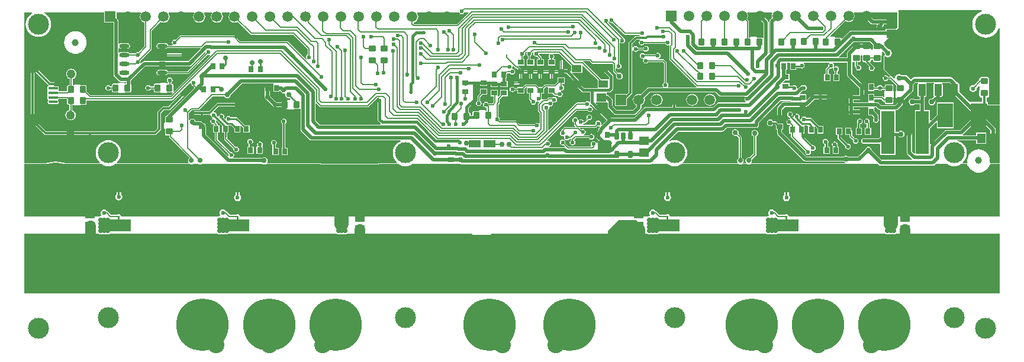
<source format=gbl>
G04*
G04 #@! TF.GenerationSoftware,Altium Limited,Altium Designer,22.0.2 (36)*
G04*
G04 Layer_Physical_Order=4*
G04 Layer_Color=16711680*
%FSLAX25Y25*%
%MOIN*%
G70*
G04*
G04 #@! TF.SameCoordinates,9CD95DC0-35C4-498D-8BF3-3914FB8C140C*
G04*
G04*
G04 #@! TF.FilePolarity,Positive*
G04*
G01*
G75*
%ADD12C,0.00984*%
%ADD15C,0.00600*%
%ADD17C,0.01968*%
%ADD18C,0.00800*%
%ADD19C,0.01575*%
%ADD20C,0.00598*%
%ADD30R,0.06693X0.03937*%
G04:AMPARAMS|DCode=31|XSize=39.37mil|YSize=35.43mil|CornerRadius=4.43mil|HoleSize=0mil|Usage=FLASHONLY|Rotation=180.000|XOffset=0mil|YOffset=0mil|HoleType=Round|Shape=RoundedRectangle|*
%AMROUNDEDRECTD31*
21,1,0.03937,0.02657,0,0,180.0*
21,1,0.03051,0.03543,0,0,180.0*
1,1,0.00886,-0.01526,0.01329*
1,1,0.00886,0.01526,0.01329*
1,1,0.00886,0.01526,-0.01329*
1,1,0.00886,-0.01526,-0.01329*
%
%ADD31ROUNDEDRECTD31*%
G04:AMPARAMS|DCode=32|XSize=39.37mil|YSize=35.43mil|CornerRadius=4.43mil|HoleSize=0mil|Usage=FLASHONLY|Rotation=270.000|XOffset=0mil|YOffset=0mil|HoleType=Round|Shape=RoundedRectangle|*
%AMROUNDEDRECTD32*
21,1,0.03937,0.02657,0,0,270.0*
21,1,0.03051,0.03543,0,0,270.0*
1,1,0.00886,-0.01329,-0.01526*
1,1,0.00886,-0.01329,0.01526*
1,1,0.00886,0.01329,0.01526*
1,1,0.00886,0.01329,-0.01526*
%
%ADD32ROUNDEDRECTD32*%
%ADD39R,0.02756X0.03347*%
%ADD40R,0.03347X0.02756*%
%ADD68C,0.00984*%
%ADD69C,0.03937*%
%ADD73C,0.01181*%
%ADD74C,0.00799*%
%ADD78O,0.08300X0.06700*%
%ADD79C,0.05906*%
%ADD80C,0.29528*%
%ADD81C,0.11811*%
%ADD82R,0.05906X0.05906*%
%ADD83C,0.09449*%
%ADD84C,0.02362*%
%ADD85C,0.02000*%
%ADD86C,0.02953*%
%ADD87C,0.02756*%
%ADD88C,0.03150*%
%ADD97R,0.05300X0.01600*%
%ADD98O,0.05300X0.01600*%
%ADD99R,0.04921X0.05709*%
%ADD100R,0.08858X0.13780*%
G04:AMPARAMS|DCode=101|XSize=137.8mil|YSize=68.9mil|CornerRadius=8.61mil|HoleSize=0mil|Usage=FLASHONLY|Rotation=180.000|XOffset=0mil|YOffset=0mil|HoleType=Round|Shape=RoundedRectangle|*
%AMROUNDEDRECTD101*
21,1,0.13780,0.05167,0,0,180.0*
21,1,0.12057,0.06890,0,0,180.0*
1,1,0.01722,-0.06029,0.02584*
1,1,0.01722,0.06029,0.02584*
1,1,0.01722,0.06029,-0.02584*
1,1,0.01722,-0.06029,-0.02584*
%
%ADD101ROUNDEDRECTD101*%
G04:AMPARAMS|DCode=102|XSize=43.31mil|YSize=68.9mil|CornerRadius=5.41mil|HoleSize=0mil|Usage=FLASHONLY|Rotation=180.000|XOffset=0mil|YOffset=0mil|HoleType=Round|Shape=RoundedRectangle|*
%AMROUNDEDRECTD102*
21,1,0.04331,0.05807,0,0,180.0*
21,1,0.03248,0.06890,0,0,180.0*
1,1,0.01083,-0.01624,0.02904*
1,1,0.01083,0.01624,0.02904*
1,1,0.01083,0.01624,-0.02904*
1,1,0.01083,-0.01624,-0.02904*
%
%ADD102ROUNDEDRECTD102*%
G04:AMPARAMS|DCode=103|XSize=43.31mil|YSize=68.9mil|CornerRadius=5.41mil|HoleSize=0mil|Usage=FLASHONLY|Rotation=180.000|XOffset=0mil|YOffset=0mil|HoleType=Round|Shape=RoundedRectangle|*
%AMROUNDEDRECTD103*
21,1,0.04331,0.05807,0,0,180.0*
21,1,0.03248,0.06890,0,0,180.0*
1,1,0.01083,-0.01624,0.02904*
1,1,0.01083,0.01624,0.02904*
1,1,0.01083,0.01624,-0.02904*
1,1,0.01083,-0.01624,-0.02904*
%
%ADD103ROUNDEDRECTD103*%
%ADD104R,0.05709X0.04921*%
G04:AMPARAMS|DCode=105|XSize=23.62mil|YSize=39.37mil|CornerRadius=2.95mil|HoleSize=0mil|Usage=FLASHONLY|Rotation=0.000|XOffset=0mil|YOffset=0mil|HoleType=Round|Shape=RoundedRectangle|*
%AMROUNDEDRECTD105*
21,1,0.02362,0.03347,0,0,0.0*
21,1,0.01772,0.03937,0,0,0.0*
1,1,0.00591,0.00886,-0.01673*
1,1,0.00591,-0.00886,-0.01673*
1,1,0.00591,-0.00886,0.01673*
1,1,0.00591,0.00886,0.01673*
%
%ADD105ROUNDEDRECTD105*%
%ADD106O,0.07874X0.03150*%
G04:AMPARAMS|DCode=107|XSize=78.74mil|YSize=161.42mil|CornerRadius=9.84mil|HoleSize=0mil|Usage=FLASHONLY|Rotation=180.000|XOffset=0mil|YOffset=0mil|HoleType=Round|Shape=RoundedRectangle|*
%AMROUNDEDRECTD107*
21,1,0.07874,0.14173,0,0,180.0*
21,1,0.05906,0.16142,0,0,180.0*
1,1,0.01968,-0.02953,0.07087*
1,1,0.01968,0.02953,0.07087*
1,1,0.01968,0.02953,-0.07087*
1,1,0.01968,-0.02953,-0.07087*
%
%ADD107ROUNDEDRECTD107*%
%ADD108R,0.13583X0.07087*%
%ADD109R,0.05512X0.03937*%
%ADD110R,0.07795X0.24488*%
%ADD111C,0.05000*%
%ADD112O,0.05709X0.02362*%
%ADD113C,0.05906*%
%ADD114C,0.07874*%
%ADD115R,0.08661X0.03543*%
%ADD116R,0.07480X0.06693*%
G36*
X251937Y193239D02*
X245734Y187036D01*
X238158D01*
X238158Y187036D01*
X238127Y187030D01*
X221595D01*
X221203Y187422D01*
Y188070D01*
X221267Y188078D01*
X222081Y188416D01*
X222780Y188952D01*
X223317Y189651D01*
X223654Y190465D01*
X223769Y191339D01*
X223654Y192212D01*
X223317Y193026D01*
X223143Y193252D01*
X223364Y193701D01*
X246740D01*
X246745Y193677D01*
X247093Y193156D01*
X247614Y192808D01*
X248228Y192686D01*
X248843Y192808D01*
X249364Y193156D01*
X249712Y193677D01*
X249716Y193701D01*
X251746D01*
X251937Y193239D01*
D02*
G37*
G36*
X493668Y185216D02*
X493000Y184547D01*
X486909D01*
Y183503D01*
X467670D01*
X467132Y183396D01*
X466676Y183092D01*
X462712Y179128D01*
X462346Y179055D01*
X462116Y179078D01*
X461971Y179294D01*
X461694Y179479D01*
X461368Y179544D01*
X458710D01*
X458656Y179533D01*
X458268Y179921D01*
X455984D01*
X455793Y180383D01*
X464321Y188911D01*
X464454Y188809D01*
X465268Y188472D01*
X466142Y188357D01*
X467015Y188472D01*
X467829Y188809D01*
X468528Y189346D01*
X469065Y190045D01*
X469402Y190859D01*
X469517Y191732D01*
X469402Y192606D01*
X469065Y193420D01*
X469203Y193701D01*
X493668D01*
Y185216D01*
D02*
G37*
G36*
X117644Y193252D02*
X117471Y193026D01*
X117133Y192212D01*
X117018Y191339D01*
X117133Y190465D01*
X117471Y189651D01*
X118007Y188952D01*
X118706Y188416D01*
X119520Y188078D01*
X120394Y187963D01*
X121267Y188078D01*
X122081Y188416D01*
X122214Y188518D01*
X129342Y181390D01*
X129572Y181236D01*
X129842Y181183D01*
X153250D01*
X161497Y172935D01*
Y169925D01*
X161069Y169639D01*
X160721Y169118D01*
X160599Y168504D01*
X160721Y167889D01*
X160994Y167482D01*
X160607Y167165D01*
X150500Y177272D01*
X150271Y177425D01*
X150000Y177479D01*
X123521D01*
X120579Y180421D01*
X120349Y180575D01*
X120079Y180629D01*
X89764D01*
X89493Y180575D01*
X89264Y180421D01*
X87119Y178277D01*
X86614Y178377D01*
X86000Y178255D01*
X85479Y177907D01*
X85131Y177386D01*
X85009Y176772D01*
X85131Y176157D01*
X85479Y175636D01*
X85170Y175174D01*
X82835D01*
X82783Y175437D01*
X82435Y175958D01*
X81914Y176306D01*
X81299Y176428D01*
X77953D01*
X77338Y176306D01*
X76817Y175958D01*
X76469Y175437D01*
X76347Y174823D01*
X76469Y174208D01*
X76817Y173687D01*
X77338Y173339D01*
X77953Y173217D01*
X81299D01*
X81914Y173339D01*
X82435Y173687D01*
X82483Y173760D01*
X101179D01*
X101370Y173298D01*
X94300Y166228D01*
X82031D01*
X81914Y166306D01*
X81299Y166428D01*
X77953D01*
X77338Y166306D01*
X77221Y166228D01*
X69547D01*
X69009Y166121D01*
X68553Y165816D01*
X67682Y164945D01*
X67241Y165180D01*
X67354Y165748D01*
X67238Y166330D01*
X73407Y172499D01*
X73407Y172499D01*
X73524Y172674D01*
X73582Y172761D01*
X73644Y173071D01*
X73644Y173071D01*
Y183523D01*
X78610Y188489D01*
X78706Y188416D01*
X79520Y188078D01*
X80394Y187963D01*
X81267Y188078D01*
X82081Y188416D01*
X82780Y188952D01*
X83317Y189651D01*
X83654Y190465D01*
X83769Y191339D01*
X83654Y192212D01*
X83317Y193026D01*
X83143Y193252D01*
X83364Y193701D01*
X97423D01*
X97644Y193252D01*
X97471Y193026D01*
X97133Y192212D01*
X97018Y191339D01*
X97133Y190465D01*
X97471Y189651D01*
X98007Y188952D01*
X98706Y188416D01*
X99520Y188078D01*
X100394Y187963D01*
X101267Y188078D01*
X102081Y188416D01*
X102780Y188952D01*
X103317Y189651D01*
X103654Y190465D01*
X103769Y191339D01*
X103654Y192212D01*
X103317Y193026D01*
X103143Y193252D01*
X103365Y193701D01*
X107423D01*
X107644Y193252D01*
X107471Y193026D01*
X107133Y192212D01*
X107018Y191339D01*
X107133Y190465D01*
X107471Y189651D01*
X108007Y188952D01*
X108706Y188416D01*
X109520Y188078D01*
X110394Y187963D01*
X111267Y188078D01*
X112081Y188416D01*
X112780Y188952D01*
X113317Y189651D01*
X113654Y190465D01*
X113769Y191339D01*
X113654Y192212D01*
X113317Y193026D01*
X113143Y193252D01*
X113365Y193701D01*
X117423D01*
X117644Y193252D01*
D02*
G37*
G36*
X47047Y187992D02*
X52127D01*
Y158595D01*
X52127Y158595D01*
X52127D01*
X52234Y158057D01*
X52538Y157601D01*
X55228Y154912D01*
X55683Y154607D01*
X56221Y154501D01*
X59225D01*
Y153560D01*
X58711D01*
X58656Y153549D01*
X58268Y153937D01*
X55118D01*
X54730Y153549D01*
X54675Y153560D01*
X52018D01*
X51691Y153495D01*
X51415Y153310D01*
X51230Y153033D01*
X51165Y152707D01*
Y151888D01*
X50634D01*
X50348Y152316D01*
X49827Y152665D01*
X49213Y152787D01*
X48598Y152665D01*
X48077Y152316D01*
X47729Y151796D01*
X47607Y151181D01*
X47729Y150567D01*
X48077Y150046D01*
X48598Y149698D01*
X49213Y149575D01*
X49827Y149698D01*
X50348Y150046D01*
X50634Y150474D01*
X51165D01*
Y149656D01*
X51230Y149329D01*
X51415Y149052D01*
X51691Y148867D01*
X52018Y148803D01*
X54675D01*
X54730Y148813D01*
X55118Y148425D01*
X58268D01*
X58656Y148813D01*
X58711Y148803D01*
X61368D01*
X61695Y148867D01*
X61971Y149052D01*
X62156Y149329D01*
X62221Y149656D01*
Y152707D01*
X62156Y153033D01*
X62034Y153215D01*
Y155324D01*
X70129Y163418D01*
X77221D01*
X77338Y163339D01*
X77953Y163217D01*
X81299D01*
X81914Y163339D01*
X82031Y163418D01*
X94882D01*
X95420Y163525D01*
X95876Y163829D01*
X95876Y163829D01*
X95876Y163829D01*
X103406Y171359D01*
X103729Y171295D01*
X103910Y171240D01*
X104007Y170755D01*
X93782Y160530D01*
X82721D01*
X82435Y160958D01*
X81914Y161306D01*
X81299Y161428D01*
X77953D01*
X77338Y161306D01*
X76817Y160958D01*
X76469Y160437D01*
X76347Y159823D01*
X76469Y159208D01*
X76817Y158687D01*
X77338Y158339D01*
X77953Y158217D01*
X81299D01*
X81914Y158339D01*
X82435Y158687D01*
X82721Y159116D01*
X94075D01*
X94345Y159169D01*
X94575Y159323D01*
X94575Y159323D01*
X94575Y159323D01*
X105007Y169755D01*
X105512Y169654D01*
X106126Y169776D01*
X106281Y169879D01*
X106598Y169493D01*
X86224Y149120D01*
X85783Y149355D01*
X85843Y149656D01*
Y152707D01*
X85778Y153033D01*
X85593Y153310D01*
X85316Y153495D01*
X84990Y153560D01*
X84667D01*
Y154158D01*
X84994Y154376D01*
X85342Y154897D01*
X85464Y155512D01*
X85342Y156126D01*
X84994Y156647D01*
X84473Y156995D01*
X83858Y157117D01*
X83244Y156995D01*
X82723Y156647D01*
X82375Y156126D01*
X82253Y155512D01*
X82375Y154897D01*
X82723Y154376D01*
X83049Y154158D01*
Y153560D01*
X82333D01*
X82278Y153549D01*
X81890Y153937D01*
X78740D01*
X78352Y153549D01*
X78297Y153560D01*
X75640D01*
X75313Y153495D01*
X75037Y153310D01*
X74852Y153033D01*
X74787Y152707D01*
Y151888D01*
X73075D01*
X72789Y152316D01*
X72268Y152665D01*
X71653Y152787D01*
X71039Y152665D01*
X70518Y152316D01*
X70170Y151796D01*
X70048Y151181D01*
X70170Y150567D01*
X70518Y150046D01*
X71039Y149698D01*
X71653Y149575D01*
X72268Y149698D01*
X72789Y150046D01*
X73075Y150474D01*
X74787D01*
Y149656D01*
X74852Y149329D01*
X75037Y149052D01*
X75313Y148867D01*
X75640Y148803D01*
X78297D01*
X78352Y148813D01*
X78740Y148425D01*
X81890D01*
X82278Y148813D01*
X82333Y148803D01*
X84990D01*
X85290Y148862D01*
X85526Y148421D01*
X84268Y147163D01*
X39072D01*
X37024Y149211D01*
Y151919D01*
X36959Y152246D01*
X36774Y152522D01*
X36498Y152707D01*
X36171Y152772D01*
X33514D01*
X33459Y152761D01*
X33071Y153150D01*
X29921D01*
X29617Y152846D01*
X29155Y153037D01*
Y156258D01*
X29806Y156527D01*
X30410Y156991D01*
X30874Y157596D01*
X31166Y158300D01*
X31265Y159055D01*
X31166Y159810D01*
X30874Y160514D01*
X30410Y161119D01*
X29806Y161583D01*
X29102Y161874D01*
X28346Y161974D01*
X27591Y161874D01*
X26887Y161583D01*
X26283Y161119D01*
X25819Y160514D01*
X25527Y159810D01*
X25428Y159055D01*
X25527Y158300D01*
X25819Y157596D01*
X26283Y156991D01*
X26887Y156527D01*
X27538Y156258D01*
Y152772D01*
X26821D01*
X26494Y152707D01*
X26218Y152522D01*
X26033Y152246D01*
X25968Y151919D01*
Y149356D01*
X25846Y149234D01*
X21508D01*
X21154Y149588D01*
Y149619D01*
Y149640D01*
Y149705D01*
X21154Y149791D01*
X21154Y149972D01*
X21154Y149972D01*
X21154D01*
Y152178D01*
X18700D01*
X18554Y152656D01*
X18820Y152834D01*
X19037Y153159D01*
X19114Y153543D01*
X19037Y153927D01*
X18820Y154253D01*
X18494Y154471D01*
X18110Y154547D01*
X16526D01*
X7420Y163653D01*
X7094Y163871D01*
X6710Y163947D01*
X6326Y163871D01*
X6001Y163653D01*
X5783Y163327D01*
X5707Y162943D01*
Y133143D01*
Y132660D01*
X5707Y132660D01*
X5707D01*
X5783Y132276D01*
X6001Y131950D01*
X13070Y124881D01*
X13396Y124663D01*
X13396Y124663D01*
X13396Y124663D01*
D01*
X13396Y124663D01*
X13396Y124663D01*
X13780Y124587D01*
X75590D01*
X75975Y124663D01*
X76300Y124881D01*
X78662Y127243D01*
X78880Y127569D01*
X78956Y127953D01*
X78956Y127953D01*
X78956Y127953D01*
Y127953D01*
Y136939D01*
X80731Y138713D01*
X83417D01*
X83801Y138789D01*
X84127Y139007D01*
X91654Y146535D01*
X91872Y146860D01*
X91948Y147244D01*
X91872Y147628D01*
X91654Y147954D01*
X91329Y148171D01*
X90945Y148248D01*
X90561Y148171D01*
X90235Y147954D01*
X83002Y140720D01*
X80315D01*
X79931Y140644D01*
X79605Y140426D01*
X77243Y138064D01*
X77026Y137738D01*
X76949Y137354D01*
Y128368D01*
X75175Y126594D01*
X28370D01*
X28337Y126616D01*
X27953Y126692D01*
X25549D01*
X25165Y126616D01*
X25132Y126594D01*
X14195D01*
X7714Y133075D01*
Y133143D01*
Y159867D01*
X8176Y160059D01*
X15401Y152834D01*
X15666Y152656D01*
X15521Y152178D01*
X15067D01*
Y149972D01*
X15067Y149972D01*
X15067D01*
X15067Y149791D01*
Y149619D01*
D01*
D01*
X15067D01*
Y147231D01*
X15067Y147231D01*
X15067Y147060D01*
X15067D01*
Y144672D01*
X15294D01*
X15439Y144194D01*
X15400Y144168D01*
X15136Y143773D01*
X15043Y143307D01*
X15136Y142841D01*
X15400Y142446D01*
X15795Y142183D01*
X16260Y142090D01*
X19960D01*
X20426Y142183D01*
X20821Y142446D01*
X21085Y142841D01*
X21177Y143307D01*
X21085Y143773D01*
X20821Y144168D01*
X20782Y144194D01*
X20927Y144672D01*
X21154D01*
Y145057D01*
X25968D01*
Y142569D01*
X26033Y142242D01*
X26218Y141966D01*
X26494Y141781D01*
X26821Y141716D01*
X27341D01*
Y138736D01*
X27083D01*
X26773Y138674D01*
X26511Y138499D01*
X26335Y138237D01*
X26335Y138233D01*
X25889Y137891D01*
X25425Y137286D01*
X25133Y136582D01*
X25034Y135827D01*
X25133Y135071D01*
X25425Y134367D01*
X25889Y133763D01*
X26493Y133299D01*
X27197Y133008D01*
X27953Y132908D01*
X28708Y133008D01*
X29412Y133299D01*
X30017Y133763D01*
X30480Y134367D01*
X30772Y135071D01*
X30871Y135827D01*
X30772Y136582D01*
X30480Y137286D01*
X30017Y137891D01*
X29412Y138354D01*
X28958Y138542D01*
Y141716D01*
X29478D01*
X29533Y141727D01*
X29921Y141339D01*
X33071D01*
X33459Y141727D01*
X33514Y141716D01*
X36171D01*
X36498Y141781D01*
X36774Y141966D01*
X36959Y142242D01*
X37024Y142569D01*
Y144175D01*
X84962D01*
X85233Y144229D01*
X85462Y144382D01*
X85462Y144382D01*
X85462Y144382D01*
X95120Y154040D01*
X95625Y153940D01*
X95639Y153936D01*
X95761Y153323D01*
X96109Y152802D01*
X96599Y152474D01*
X96745Y152256D01*
X96745Y152256D01*
X96745Y152256D01*
Y152256D01*
X97470Y151531D01*
Y151031D01*
X82471Y136033D01*
X82167Y135577D01*
X82141Y135450D01*
X81939D01*
X81613Y135385D01*
X81336Y135200D01*
X81151Y134923D01*
X81086Y134597D01*
Y131939D01*
X81097Y131884D01*
X80709Y131496D01*
Y128347D01*
X81097Y127958D01*
X81086Y127903D01*
Y125246D01*
X81151Y124920D01*
X81336Y124643D01*
X81613Y124458D01*
X81939Y124393D01*
X83443D01*
Y123622D01*
X83443Y123622D01*
X83505Y123312D01*
X83680Y123050D01*
X94824Y111906D01*
X94786Y111513D01*
X94394Y110927D01*
X94257Y110236D01*
X94394Y109545D01*
X94668Y109135D01*
X94432Y108694D01*
X53969D01*
X53801Y109165D01*
X54248Y109532D01*
X55133Y110611D01*
X55791Y111842D01*
X56197Y113178D01*
X56334Y114567D01*
X56197Y115956D01*
X55791Y117292D01*
X55133Y118523D01*
X54248Y119602D01*
X53169Y120488D01*
X51938Y121146D01*
X50602Y121551D01*
X49213Y121688D01*
X47823Y121551D01*
X46488Y121146D01*
X45256Y120488D01*
X44177Y119602D01*
X43292Y118523D01*
X42634Y117292D01*
X42228Y115956D01*
X42092Y114567D01*
X42228Y113178D01*
X42634Y111842D01*
X43292Y110611D01*
X44177Y109532D01*
X44625Y109165D01*
X44456Y108694D01*
X24998D01*
X24383Y108948D01*
X22063Y109505D01*
X19685Y109693D01*
X17307Y109505D01*
X14987Y108948D01*
X14372Y108694D01*
X1969D01*
Y193701D01*
X6302D01*
X6424Y193216D01*
X5886Y192929D01*
X4807Y192043D01*
X3922Y190964D01*
X3264Y189733D01*
X2858Y188397D01*
X2722Y187008D01*
X2858Y185619D01*
X3264Y184283D01*
X3922Y183052D01*
X4807Y181973D01*
X5886Y181087D01*
X7118Y180429D01*
X8453Y180024D01*
X9843Y179887D01*
X11232Y180024D01*
X12568Y180429D01*
X13799Y181087D01*
X14878Y181973D01*
X15763Y183052D01*
X16421Y184283D01*
X16827Y185619D01*
X16963Y187008D01*
X16827Y188397D01*
X16421Y189733D01*
X15763Y190964D01*
X14878Y192043D01*
X13799Y192929D01*
X12568Y193587D01*
X12585Y193701D01*
X47047D01*
Y187992D01*
D02*
G37*
G36*
X331525Y188260D02*
X331542Y188235D01*
X332063Y187887D01*
X332677Y187764D01*
X333183Y187865D01*
X339658Y181390D01*
X339658Y181390D01*
X339887Y181237D01*
X340158Y181183D01*
X348346D01*
X348603Y180754D01*
X348483Y180531D01*
X346457D01*
X346073Y180455D01*
X345747Y180237D01*
X342598Y177088D01*
X342380Y176762D01*
X342304Y176378D01*
Y148841D01*
X341297Y147835D01*
X334685D01*
Y141142D01*
X341378D01*
Y145077D01*
X344017Y147716D01*
X344162Y147933D01*
X344234Y148041D01*
X344311Y148425D01*
Y172206D01*
X344789Y172351D01*
X345029Y171991D01*
X345550Y171643D01*
X346165Y171521D01*
X346779Y171643D01*
X347300Y171991D01*
X347587Y172420D01*
X350615D01*
X350833Y172093D01*
X351354Y171745D01*
X351969Y171623D01*
X352583Y171745D01*
X353104Y172093D01*
X353452Y172614D01*
X353574Y173228D01*
X353452Y173843D01*
X353104Y174364D01*
X352583Y174712D01*
X351969Y174834D01*
X351354Y174712D01*
X350833Y174364D01*
X350485Y173843D01*
X350483Y173833D01*
X347587D01*
X347300Y174262D01*
X346779Y174610D01*
X346165Y174732D01*
X345550Y174610D01*
X345029Y174262D01*
X344789Y173902D01*
X344311Y174047D01*
Y175962D01*
X346872Y178524D01*
X348532D01*
X348677Y178046D01*
X348470Y177907D01*
X348122Y177386D01*
X348000Y176772D01*
X348122Y176157D01*
X348470Y175636D01*
X348991Y175288D01*
X349605Y175166D01*
X350220Y175288D01*
X350741Y175636D01*
X351027Y176064D01*
X362751D01*
X363037Y175636D01*
X363558Y175288D01*
X364173Y175166D01*
X364787Y175288D01*
X364787Y175288D01*
X364787D01*
D01*
X364935Y175329D01*
X365301Y174989D01*
Y167336D01*
X365355Y167065D01*
X365508Y166836D01*
X380478Y151867D01*
X380466Y151839D01*
X380176Y151405D01*
X364514D01*
X364278Y151846D01*
X364476Y152141D01*
X364598Y152756D01*
X364476Y153370D01*
X364127Y153891D01*
X363699Y154177D01*
Y165354D01*
X363646Y165625D01*
X363492Y165854D01*
X362312Y167035D01*
X362082Y167189D01*
X361811Y167242D01*
X358983D01*
X358934Y167740D01*
X359276Y167808D01*
X359797Y168156D01*
X360145Y168677D01*
X360267Y169291D01*
X360145Y169906D01*
X359797Y170427D01*
X359276Y170775D01*
X358661Y170897D01*
X358047Y170775D01*
X357526Y170427D01*
X357240Y169999D01*
X351455D01*
X351237Y170325D01*
X350716Y170673D01*
X350102Y170795D01*
X349487Y170673D01*
X348967Y170325D01*
X348618Y169804D01*
X348496Y169190D01*
X348618Y168575D01*
X348967Y168054D01*
X349487Y167706D01*
X350102Y167584D01*
X350237Y167611D01*
X350515Y167195D01*
X350484Y167150D01*
X350362Y166535D01*
X350484Y165921D01*
X350832Y165400D01*
X351353Y165052D01*
X351968Y164929D01*
X352582Y165052D01*
X353103Y165400D01*
X353389Y165828D01*
X361518D01*
X362285Y165061D01*
Y154177D01*
X361857Y153891D01*
X361509Y153370D01*
X361386Y152756D01*
X361509Y152141D01*
X361706Y151846D01*
X361471Y151405D01*
X353543D01*
X353006Y151298D01*
X352550Y150994D01*
X349188Y147631D01*
X348905Y147748D01*
X348031Y147863D01*
X347158Y147748D01*
X346344Y147411D01*
X345645Y146875D01*
X345108Y146176D01*
X344771Y145362D01*
X344656Y144488D01*
X344771Y143614D01*
X345108Y142800D01*
X345645Y142101D01*
X346344Y141565D01*
X346626Y141448D01*
Y140739D01*
X344694Y138806D01*
X335621D01*
X333295Y141133D01*
Y144095D01*
X333188Y144632D01*
X332883Y145088D01*
X331112Y146860D01*
X330656Y147164D01*
X330118Y147271D01*
X330020D01*
Y148721D01*
D01*
Y148721D01*
X330083Y148784D01*
X331366D01*
X331366Y148784D01*
X331827Y148876D01*
X332217Y149137D01*
X333147Y150066D01*
X333408Y150457D01*
X333500Y150918D01*
X333500Y150918D01*
Y157862D01*
X333408Y158323D01*
X333147Y158714D01*
X328804Y163056D01*
X328414Y163317D01*
X327953Y163409D01*
X327492Y163317D01*
X327101Y163056D01*
X326840Y162666D01*
X326748Y162205D01*
X326840Y161744D01*
X327101Y161353D01*
X331091Y157363D01*
Y155905D01*
X326855D01*
X323151Y159609D01*
X323151Y159609D01*
X316816Y165944D01*
X316554Y166119D01*
Y166119D01*
X316699Y166264D01*
X320139D01*
X321318Y165084D01*
X321318Y165084D01*
X321547Y164931D01*
X321592Y164922D01*
X321818Y164877D01*
X321818Y164877D01*
X332942D01*
X333545Y164275D01*
Y160630D01*
X333545Y160630D01*
X333545D01*
X333599Y160360D01*
X333752Y160131D01*
X335259Y158623D01*
X335246Y158604D01*
X335101Y157874D01*
X335246Y157144D01*
X335660Y156526D01*
X336278Y156112D01*
X337008Y155967D01*
X337737Y156112D01*
X338356Y156526D01*
X338770Y157144D01*
X338915Y157874D01*
X338770Y158604D01*
X338356Y159222D01*
X337737Y159636D01*
X337008Y159781D01*
X336278Y159636D01*
X336259Y159623D01*
X334958Y160923D01*
Y162168D01*
X335437Y162313D01*
X335479Y162250D01*
X336000Y161902D01*
X336614Y161780D01*
X337229Y161902D01*
X337750Y162250D01*
X338098Y162771D01*
X338220Y163386D01*
X338098Y164000D01*
X337750Y164521D01*
X337321Y164807D01*
Y176337D01*
X337762Y176573D01*
X338070Y176367D01*
X338685Y176245D01*
X339299Y176367D01*
X339820Y176716D01*
X340168Y177236D01*
X340290Y177851D01*
X340168Y178465D01*
X339820Y178986D01*
X339299Y179334D01*
X339248Y179344D01*
X339236Y179404D01*
X339083Y179634D01*
X330748Y187969D01*
X330984Y188321D01*
X331215D01*
X331525Y188260D01*
D02*
G37*
G36*
X67644Y193252D02*
X67471Y193026D01*
X67133Y192212D01*
X67018Y191339D01*
X67133Y190465D01*
X67471Y189651D01*
X68007Y188952D01*
X68706Y188416D01*
X69520Y188078D01*
X69585Y188070D01*
Y174621D01*
X66315Y171352D01*
X65930Y171428D01*
X65316Y171306D01*
X64795Y170958D01*
X64577Y170632D01*
X61196D01*
X60978Y170958D01*
X60457Y171306D01*
X59843Y171428D01*
X56496D01*
X55882Y171306D01*
X55378Y170969D01*
X55210Y171059D01*
X54936Y171242D01*
Y173404D01*
X55210Y173587D01*
X55378Y173676D01*
X55882Y173339D01*
X56496Y173217D01*
X59843D01*
X60457Y173339D01*
X60978Y173687D01*
X61326Y174208D01*
X61448Y174823D01*
X61326Y175437D01*
X60978Y175958D01*
X60457Y176306D01*
X59843Y176428D01*
X56496D01*
X55882Y176306D01*
X55378Y175969D01*
X55210Y176059D01*
X54936Y176242D01*
Y188594D01*
X54830Y189132D01*
X54525Y189588D01*
X53740Y190373D01*
Y193701D01*
X67423D01*
X67644Y193252D01*
D02*
G37*
G36*
X468898Y176942D02*
X478158D01*
X479905Y175195D01*
Y173277D01*
X479916Y173223D01*
X479528Y172835D01*
X479528D01*
D01*
X479134D01*
X478346Y173622D01*
X477908D01*
X477672Y174063D01*
X477676Y174069D01*
X477783Y174606D01*
X477676Y175144D01*
X477372Y175600D01*
X476916Y175904D01*
X476378Y176011D01*
X470137D01*
X469600Y175904D01*
X469144Y175600D01*
X468839Y175144D01*
X468794Y174915D01*
X465727Y171848D01*
X465422Y171392D01*
X465315Y170854D01*
Y168322D01*
X460826D01*
X460634Y168784D01*
X468809Y176959D01*
X468898Y176942D01*
D02*
G37*
G36*
X423163Y193285D02*
X422881Y192606D01*
X422766Y191732D01*
X422881Y190859D01*
X422999Y190576D01*
X422025Y189603D01*
X421721Y189147D01*
X421614Y188609D01*
Y171010D01*
X421198Y170732D01*
X421078Y170782D01*
Y188201D01*
X420971Y188738D01*
X420667Y189194D01*
X417135Y192726D01*
X416679Y193030D01*
X416142Y193137D01*
X415604Y193030D01*
X415148Y192726D01*
X414844Y192270D01*
X414737Y191732D01*
X414844Y191195D01*
X415148Y190739D01*
X418268Y187619D01*
Y179563D01*
X417827Y179327D01*
X417600Y179479D01*
X417274Y179544D01*
X414616D01*
X414561Y179533D01*
X414173Y179921D01*
X411024D01*
X410635Y179533D01*
X410581Y179544D01*
X409959D01*
Y188622D01*
X409905Y188893D01*
X409752Y189122D01*
X408963Y189911D01*
X409065Y190045D01*
X409402Y190859D01*
X409517Y191732D01*
X409402Y192606D01*
X409065Y193420D01*
X409203Y193701D01*
X422885D01*
X423163Y193285D01*
D02*
G37*
G36*
X541022Y194882D02*
X541163Y194709D01*
X540987Y194133D01*
X540426Y193963D01*
X539124Y193268D01*
X537984Y192331D01*
X537047Y191190D01*
X536352Y189889D01*
X535923Y188477D01*
X535779Y187008D01*
X535923Y185539D01*
X536352Y184127D01*
X537047Y182825D01*
X537984Y181685D01*
X539124Y180748D01*
X540426Y180053D01*
X541838Y179624D01*
X543307Y179480D01*
X544776Y179624D01*
X546188Y180053D01*
X547490Y180748D01*
X548631Y181685D01*
X549567Y182825D01*
X550262Y184127D01*
X550432Y184687D01*
X551008Y184864D01*
X551181Y184723D01*
X551181Y141732D01*
X544500D01*
Y143516D01*
X543937D01*
Y145633D01*
X544045D01*
X544530Y145729D01*
X544941Y146004D01*
X545215Y146415D01*
X545312Y146900D01*
Y149557D01*
X545232Y149957D01*
X545276Y150000D01*
Y153150D01*
X545232Y153193D01*
X545312Y153593D01*
Y156250D01*
X545215Y156735D01*
X544941Y157146D01*
X544530Y157420D01*
X544045Y157516D01*
X540994D01*
X540510Y157420D01*
X540099Y157146D01*
X539824Y156735D01*
X539728Y156250D01*
Y155944D01*
X539490Y155786D01*
X539490Y155786D01*
X536463Y152758D01*
X536221Y152806D01*
X535448Y152653D01*
X534793Y152215D01*
X534355Y151560D01*
X534201Y150787D01*
X534355Y150015D01*
X534793Y149360D01*
X535448Y148922D01*
X536221Y148768D01*
X536993Y148922D01*
X537648Y149360D01*
X538086Y150015D01*
X538240Y150787D01*
X538191Y151030D01*
X539302Y152140D01*
X539764Y151949D01*
Y150000D01*
X539807Y149957D01*
X539728Y149557D01*
Y146900D01*
X539824Y146415D01*
X540099Y146004D01*
X540510Y145729D01*
X540994Y145633D01*
X541103D01*
Y143516D01*
X534154D01*
X528581Y149089D01*
Y152903D01*
X528477Y153427D01*
X528181Y153870D01*
X527738Y154166D01*
X527255Y154262D01*
X526876Y154829D01*
X524908Y156798D01*
X524318Y157192D01*
X523622Y157330D01*
X503150D01*
X502454Y157192D01*
X501864Y156798D01*
X501181Y156115D01*
X499317Y157979D01*
X498727Y158373D01*
X498032Y158511D01*
X495863D01*
X495376Y158836D01*
X494488Y159013D01*
X493600Y158836D01*
X492848Y158334D01*
X492345Y157581D01*
X492173Y156719D01*
X491990Y156598D01*
X491728Y156458D01*
X490628Y157557D01*
X490232Y157822D01*
X490204Y157828D01*
X486221Y161811D01*
Y168885D01*
X486721Y169111D01*
X487301Y168723D01*
X488189Y168546D01*
X489077Y168723D01*
X489830Y169226D01*
X490333Y169978D01*
X490509Y170866D01*
X490333Y171754D01*
X489830Y172507D01*
X489077Y173010D01*
X488503Y173124D01*
X486221Y175406D01*
Y177165D01*
X494095Y185039D01*
Y194882D01*
X541022Y194882D01*
D02*
G37*
G36*
X486302Y170766D02*
X486427Y170136D01*
X486530Y169983D01*
X486535Y169816D01*
X486430Y169447D01*
X486045Y169273D01*
X485991Y169216D01*
X485919Y169186D01*
X485884Y169102D01*
X485822Y169035D01*
X485824Y168957D01*
X485794Y168885D01*
Y161811D01*
X485794Y161811D01*
X485883Y161598D01*
X485919Y161510D01*
X485919Y161510D01*
X489465Y157964D01*
X489274Y157502D01*
X488361D01*
X488143Y157828D01*
X487622Y158176D01*
X487008Y158299D01*
X486393Y158176D01*
X485873Y157828D01*
X485524Y157307D01*
X485402Y156693D01*
X485524Y156078D01*
X485873Y155558D01*
X486393Y155210D01*
X487008Y155087D01*
X487622Y155210D01*
X488143Y155558D01*
X488361Y155884D01*
X489429D01*
X492914Y152399D01*
X492897Y152313D01*
Y149656D01*
X492908Y149601D01*
X492520Y149213D01*
Y146063D01*
X493307Y145276D01*
X493746D01*
X493981Y144835D01*
X493977Y144829D01*
X493871Y144291D01*
Y142887D01*
X492401Y141417D01*
X484611D01*
X483302Y142726D01*
X482846Y143030D01*
X482308Y143137D01*
X480709D01*
Y143602D01*
X480709D01*
Y144860D01*
X484507D01*
X485648Y143719D01*
X485911Y143544D01*
X486220Y143483D01*
X486220Y143483D01*
X486220Y143483D01*
X486244D01*
X486598Y143129D01*
Y142963D01*
X486663Y142636D01*
X486848Y142360D01*
X487124Y142175D01*
X487451Y142110D01*
X490502D01*
X490828Y142175D01*
X491105Y142360D01*
X491290Y142636D01*
X491355Y142963D01*
Y145620D01*
X491344Y145675D01*
X491732Y146063D01*
Y149213D01*
X491344Y149601D01*
X491355Y149655D01*
Y152313D01*
X491290Y152639D01*
X491105Y152916D01*
X490828Y153101D01*
X490502Y153166D01*
X487451D01*
X487124Y153101D01*
X486848Y152916D01*
X486663Y152639D01*
X486598Y152313D01*
Y151793D01*
X485342D01*
X485342Y151796D01*
X484994Y152316D01*
X484473Y152664D01*
X483858Y152787D01*
X483244Y152664D01*
X482723Y152316D01*
X482375Y151796D01*
X482374Y151793D01*
X480709D01*
Y153642D01*
X477165D01*
Y149508D01*
X480709D01*
Y150175D01*
X482636D01*
X482723Y150046D01*
X483244Y149698D01*
X483858Y149575D01*
X484473Y149698D01*
X484994Y150046D01*
X485080Y150175D01*
X486598D01*
Y149655D01*
X486609Y149601D01*
X486221Y149213D01*
Y146088D01*
X485758Y145897D01*
X485414Y146241D01*
X485152Y146417D01*
X484842Y146478D01*
X484842Y146478D01*
X480709D01*
Y147736D01*
X477165D01*
Y143602D01*
X477165D01*
Y143491D01*
X476812Y143137D01*
X468925D01*
Y144264D01*
X473622D01*
X474160Y144371D01*
X474615Y144676D01*
X474920Y145132D01*
X475027Y145669D01*
Y151575D01*
X474920Y152112D01*
X474615Y152568D01*
X468125Y159058D01*
Y165597D01*
X468566Y165832D01*
X468620Y165796D01*
X468947Y165732D01*
X469663D01*
Y163780D01*
X469663Y163780D01*
X469725Y163470D01*
X469900Y163208D01*
X470124Y162984D01*
X470048Y162598D01*
X470170Y161984D01*
X470518Y161463D01*
X471039Y161115D01*
X471654Y160993D01*
X472268Y161115D01*
X472789Y161463D01*
X473137Y161984D01*
X473259Y162598D01*
X473137Y163213D01*
X472789Y163734D01*
X472268Y164082D01*
X471654Y164204D01*
X471281Y164510D01*
Y165732D01*
X471998D01*
X472324Y165796D01*
X472601Y165981D01*
X472786Y166258D01*
X472851Y166585D01*
Y169242D01*
X472840Y169297D01*
X473228Y169685D01*
X473622D01*
X474010Y169297D01*
X473999Y169242D01*
Y166585D01*
X474064Y166258D01*
X474249Y165981D01*
X474526Y165796D01*
X474852Y165732D01*
X475517D01*
X475537Y165632D01*
X475543Y165599D01*
X475739Y165306D01*
X477842Y163204D01*
X477650Y162917D01*
X477528Y162303D01*
X477650Y161689D01*
X477998Y161168D01*
X478519Y160820D01*
X479134Y160697D01*
X479748Y160820D01*
X480269Y161168D01*
X480617Y161689D01*
X480739Y162303D01*
X480617Y162917D01*
X480269Y163438D01*
X479841Y163724D01*
X479773Y163827D01*
X477893Y165707D01*
X477904Y165732D01*
X478230Y165796D01*
X478507Y165981D01*
X478692Y166258D01*
X478757Y166585D01*
Y167104D01*
X479905D01*
Y166585D01*
X479970Y166258D01*
X480155Y165981D01*
X480431Y165796D01*
X480758Y165732D01*
X483809D01*
X484135Y165796D01*
X484412Y165981D01*
X484597Y166258D01*
X484662Y166585D01*
Y169242D01*
X484651Y169297D01*
X485039Y169685D01*
Y171376D01*
X485501Y171567D01*
X486302Y170766D01*
D02*
G37*
G36*
X285012Y171498D02*
X284737Y171087D01*
X284615Y170472D01*
X284737Y169858D01*
X285085Y169337D01*
X285412Y169119D01*
Y167323D01*
X284941D01*
Y163779D01*
X289075D01*
Y167323D01*
X287029D01*
Y169119D01*
X287356Y169337D01*
X287704Y169858D01*
X287826Y170472D01*
X287750Y170858D01*
X288257Y171365D01*
X288674Y171087D01*
X288552Y170472D01*
X288674Y169858D01*
X289022Y169337D01*
X289543Y168989D01*
X290158Y168867D01*
X290543Y168943D01*
X291701Y167785D01*
X291510Y167323D01*
X290453D01*
Y163779D01*
X294587D01*
Y167323D01*
X293415D01*
X293329Y167340D01*
Y168110D01*
X293267Y168420D01*
X293092Y168682D01*
X293092Y168682D01*
X291687Y170087D01*
X291759Y170451D01*
X297404D01*
X297546Y170240D01*
X297668Y170010D01*
X297336Y169512D01*
X297213Y168898D01*
X297336Y168283D01*
X297683Y167764D01*
X297674Y167748D01*
X297390Y167323D01*
X296752D01*
Y163779D01*
X300886D01*
Y167323D01*
X300248D01*
X299963Y167748D01*
X299955Y167764D01*
X300302Y168283D01*
X300425Y168898D01*
X300302Y169512D01*
X299954Y170033D01*
X299433Y170381D01*
X299433Y170381D01*
X299433D01*
Y170381D01*
X299440Y170451D01*
X303018D01*
X309842Y163626D01*
Y160624D01*
X309381Y160433D01*
X308332Y161481D01*
X307941Y161742D01*
X307480Y161834D01*
X307480Y161834D01*
X305139D01*
Y166535D01*
X305078Y166845D01*
X304903Y167107D01*
X304640Y167283D01*
X304331Y167344D01*
X304021Y167283D01*
X303759Y167107D01*
X303583Y166845D01*
X303522Y166535D01*
Y161510D01*
X303479Y161481D01*
X303218Y161091D01*
X303209Y161045D01*
X298819D01*
X298819Y161045D01*
X298819Y161045D01*
X292520D01*
X292520Y161045D01*
X292519Y161045D01*
X287008D01*
X287008Y161045D01*
X287008Y161045D01*
X282301D01*
X282243Y161333D01*
X282068Y161596D01*
X282068Y161596D01*
X280117Y163546D01*
X279855Y163722D01*
X279855Y163722D01*
X279855D01*
Y163722D01*
X279860Y163779D01*
X283563D01*
Y167323D01*
X282990D01*
Y169051D01*
X283419Y169337D01*
X283767Y169858D01*
X283889Y170472D01*
X283788Y170978D01*
X284625Y171815D01*
X285012Y171498D01*
D02*
G37*
G36*
X278402Y162402D02*
X278402D01*
X278402Y162402D01*
X278402Y162402D01*
Y162402D01*
X278664Y162227D01*
X278974Y162166D01*
X279210D01*
X280687Y160689D01*
D01*
X280687Y160236D01*
X280687Y160236D01*
X280687D01*
Y155847D01*
X279586Y154746D01*
X276772D01*
X276462Y154684D01*
X276200Y154509D01*
X276024Y154246D01*
X275963Y153937D01*
X276024Y153628D01*
X276200Y153365D01*
X276462Y153190D01*
X276772Y153128D01*
X279921D01*
X279921Y153128D01*
X280231Y153190D01*
X280493Y153365D01*
X281447Y154319D01*
X281496Y154309D01*
X281805Y154371D01*
X282068Y154546D01*
X282243Y154809D01*
X282305Y155118D01*
Y155512D01*
X282305Y155512D01*
X282305Y155512D01*
Y155512D01*
Y159427D01*
X286199D01*
Y155118D01*
X286261Y154808D01*
X286436Y154546D01*
X286698Y154371D01*
X287008Y154309D01*
X287317Y154371D01*
X287580Y154546D01*
X287755Y154808D01*
X287817Y155118D01*
Y159427D01*
X291711D01*
Y155119D01*
X291711Y155118D01*
X291772Y154809D01*
X291948Y154546D01*
X292210Y154371D01*
X292520Y154309D01*
X292829Y154371D01*
X293092Y154546D01*
X293092Y154546D01*
X293267Y154809D01*
X293329Y155118D01*
X293329Y155118D01*
Y159427D01*
X298010D01*
Y155118D01*
X298072Y154809D01*
X298247Y154546D01*
X298509Y154371D01*
X298819Y154309D01*
X299129Y154371D01*
X299391Y154546D01*
X299566Y154809D01*
X299628Y155118D01*
Y159427D01*
X303937D01*
X303937Y159427D01*
X304130Y159466D01*
X304331Y159426D01*
X306981D01*
X311788Y154619D01*
Y153543D01*
X311788Y153543D01*
X311880Y153083D01*
X312141Y152692D01*
X315696Y149137D01*
X316086Y148876D01*
X316547Y148784D01*
X316547Y148784D01*
X320461D01*
Y143547D01*
X320148Y143338D01*
X320020Y143270D01*
X319512Y143609D01*
X318897Y143731D01*
X318283Y143609D01*
X317762Y143261D01*
X317543Y142935D01*
X313394D01*
X313085Y142873D01*
X312822Y142698D01*
X312822Y142698D01*
X297374Y127250D01*
X297223Y127219D01*
X296836Y127536D01*
Y129745D01*
X296878Y129807D01*
X296939Y130116D01*
Y138802D01*
X297058Y138882D01*
X297406Y139403D01*
X297529Y140017D01*
X297445Y140436D01*
X297799Y140789D01*
X298070Y140736D01*
X298684Y140858D01*
X299205Y141206D01*
X299553Y141727D01*
X299675Y142341D01*
X299622Y142612D01*
X299975Y142966D01*
X300394Y142883D01*
X301008Y143005D01*
X301529Y143353D01*
X301877Y143874D01*
X301999Y144488D01*
X301877Y145103D01*
X301529Y145624D01*
X301008Y145972D01*
X300394Y146094D01*
X299779Y145972D01*
X299326Y145669D01*
X299213Y145691D01*
X297244D01*
X296934Y145630D01*
X296672Y145454D01*
X296672Y145454D01*
X296024Y144806D01*
X294274D01*
X294274Y144806D01*
X294016Y144755D01*
X293965Y144745D01*
X293753Y144603D01*
X293337Y144882D01*
X293328Y144926D01*
Y148031D01*
X294587D01*
Y150674D01*
X295651Y151739D01*
X296398D01*
X296752Y151385D01*
Y148031D01*
X299250D01*
X300216Y147066D01*
X300216Y147066D01*
X300478Y146890D01*
X300787Y146829D01*
X302190D01*
X302408Y146502D01*
X302929Y146154D01*
X303543Y146032D01*
X304158Y146154D01*
X304679Y146502D01*
X305027Y147023D01*
X305149Y147638D01*
X305027Y148252D01*
X304679Y148773D01*
X304158Y149121D01*
X304236Y149512D01*
X304330Y149575D01*
D01*
X304945Y149697D01*
X305466Y150045D01*
X305814Y150566D01*
X305936Y151181D01*
X305814Y151795D01*
X305466Y152316D01*
X305037Y152602D01*
Y153543D01*
X306398D01*
Y157087D01*
X302264D01*
Y154662D01*
X300753Y153151D01*
X295358D01*
X295088Y153098D01*
X294859Y152945D01*
X294859Y152945D01*
X293489Y151575D01*
X291550D01*
X290346Y152779D01*
X290117Y152932D01*
X289846Y152986D01*
X284169D01*
X283899Y152932D01*
X283670Y152779D01*
X283669Y152779D01*
X282465Y151575D01*
X279429D01*
Y151202D01*
X278125D01*
X277907Y151529D01*
X277386Y151877D01*
X276772Y151999D01*
X276157Y151877D01*
X275636Y151529D01*
X275288Y151008D01*
X275166Y150394D01*
X275288Y149779D01*
X275636Y149258D01*
X276157Y148910D01*
X276772Y148788D01*
X277386Y148910D01*
X277907Y149258D01*
X278125Y149585D01*
X279429D01*
Y148031D01*
X283563D01*
Y150674D01*
X284462Y151573D01*
X284941D01*
Y148031D01*
X286199D01*
Y144882D01*
X286199Y144882D01*
X286261Y144572D01*
X286436Y144310D01*
X287054Y143692D01*
X286977Y143307D01*
X287099Y142693D01*
X287447Y142172D01*
X287968Y141824D01*
X288583Y141701D01*
X289197Y141824D01*
X289718Y142172D01*
X290066Y142693D01*
X290188Y143307D01*
X290159Y143454D01*
X290596Y143746D01*
X291117Y143398D01*
X291732Y143276D01*
X291968Y142835D01*
X291371Y142238D01*
X291196Y141975D01*
X291185Y141924D01*
X291134Y141666D01*
X291134Y141666D01*
Y138369D01*
X291134Y138369D01*
X291185Y138111D01*
X291196Y138059D01*
X291371Y137797D01*
X291371Y137797D01*
X291371Y137797D01*
X292122Y137046D01*
Y131348D01*
X291734Y131088D01*
X291681Y131060D01*
X291166Y131405D01*
X290551Y131527D01*
X289937Y131405D01*
X289416Y131057D01*
X289198Y130730D01*
X281044D01*
X279312Y132462D01*
X279050Y132637D01*
X278740Y132699D01*
X278740Y132699D01*
X270020D01*
X269639Y133079D01*
X269716Y133465D01*
X269594Y134079D01*
X269246Y134600D01*
X268919Y134818D01*
Y141791D01*
X269470Y142341D01*
X269645Y142604D01*
X269707Y142913D01*
Y144744D01*
X271420Y146457D01*
X274114D01*
Y150000D01*
X269980D01*
Y147305D01*
X269064Y146389D01*
X268602Y146581D01*
Y150000D01*
X264469D01*
Y146457D01*
X266120D01*
Y143249D01*
X265413Y142542D01*
X263164D01*
X262946Y142868D01*
X262425Y143216D01*
X261811Y143338D01*
X261197Y143216D01*
X260676Y142868D01*
X260328Y142347D01*
X260205Y141732D01*
X260328Y141118D01*
X260676Y140597D01*
X261197Y140249D01*
X261811Y140127D01*
X261993Y140163D01*
X262380Y139846D01*
Y138205D01*
X261860D01*
X261806Y138194D01*
X261417Y138583D01*
X258268D01*
X257879Y138194D01*
X257825Y138205D01*
X255167D01*
X254841Y138140D01*
X254564Y137955D01*
X254379Y137679D01*
X254314Y137352D01*
Y135850D01*
X253166D01*
Y136565D01*
X253101Y136891D01*
X252916Y137168D01*
X252640Y137353D01*
X252313Y137418D01*
X252200D01*
Y139844D01*
X255970Y143613D01*
X255970Y143613D01*
X256231Y144004D01*
X256322Y144465D01*
Y152930D01*
X258563D01*
Y152362D01*
X262697D01*
Y152930D01*
X264469D01*
Y151575D01*
X268602D01*
Y152339D01*
X269980D01*
Y151575D01*
X274114D01*
Y155118D01*
X273252D01*
Y156595D01*
X273622D01*
Y159092D01*
X273967Y159437D01*
X274016Y159427D01*
X275418D01*
X275636Y159101D01*
X276157Y158753D01*
X276772Y158631D01*
X277386Y158753D01*
X277907Y159101D01*
X278255Y159622D01*
X278377Y160236D01*
X278255Y160851D01*
X277907Y161372D01*
X277386Y161720D01*
X276772Y161842D01*
X276739Y161835D01*
X276462Y162251D01*
X276680Y162578D01*
X276802Y163193D01*
X276770Y163358D01*
X277211Y163594D01*
X278402Y162402D01*
D02*
G37*
G36*
X465315Y158476D02*
X465315Y158476D01*
X465315D01*
X465422Y157939D01*
X465727Y157483D01*
X472217Y150993D01*
Y147074D01*
X468486D01*
X468057Y147361D01*
X467520Y147468D01*
X466982Y147361D01*
X466526Y147056D01*
X466222Y146601D01*
X466115Y146063D01*
Y141732D01*
X466115Y141732D01*
X466115D01*
Y137401D01*
X466222Y136864D01*
X466526Y136408D01*
X466982Y136103D01*
X467520Y135997D01*
X468057Y136103D01*
X468486Y136390D01*
X473622D01*
X474160Y136497D01*
X474615Y136802D01*
X474920Y137258D01*
X475027Y137795D01*
X474920Y138333D01*
X474615Y138789D01*
X474160Y139093D01*
X473622Y139200D01*
X468925D01*
Y140327D01*
X477165D01*
Y139862D01*
X477165D01*
Y135728D01*
X479214D01*
X480091Y134851D01*
Y133803D01*
X480013Y133685D01*
X479890Y133071D01*
X480013Y132456D01*
X480361Y131936D01*
X480882Y131587D01*
X481496Y131465D01*
X482111Y131587D01*
X482631Y131936D01*
X482979Y132456D01*
X483102Y133071D01*
X482979Y133685D01*
X482901Y133803D01*
Y135433D01*
X482794Y135971D01*
X482489Y136426D01*
X480709Y138207D01*
Y139862D01*
X480709D01*
Y139974D01*
X481062Y140327D01*
X481727D01*
X483035Y139018D01*
X483491Y138714D01*
X484029Y138607D01*
X484055D01*
Y123680D01*
X483040Y122665D01*
X475535D01*
X475418Y122743D01*
X474803Y122866D01*
X474189Y122743D01*
X473668Y122395D01*
X473320Y121874D01*
X473198Y121260D01*
X473320Y120645D01*
X473668Y120125D01*
X474189Y119776D01*
X474803Y119654D01*
X475418Y119776D01*
X475535Y119855D01*
X483622D01*
X483669Y119864D01*
X484055Y119547D01*
Y113347D01*
X492638D01*
Y123993D01*
X494225D01*
X494321Y123849D01*
X494940Y123435D01*
X495669Y123290D01*
X496399Y123435D01*
X497017Y123849D01*
X497431Y124467D01*
X497576Y125197D01*
X497431Y125926D01*
X497017Y126545D01*
X496399Y126958D01*
X495669Y127104D01*
X494940Y126958D01*
X494321Y126545D01*
X494225Y126401D01*
X492638D01*
Y138607D01*
X492983D01*
X493520Y138714D01*
X493976Y139018D01*
X493976Y139018D01*
X493976Y139018D01*
X496269Y141311D01*
X496573Y141767D01*
X496680Y142305D01*
X496680Y142305D01*
X496680Y142305D01*
Y142305D01*
Y143710D01*
X502175Y149204D01*
X502479Y149659D01*
X502586Y150197D01*
X502586Y150197D01*
X502586Y150197D01*
Y150197D01*
Y152961D01*
X503731Y154107D01*
X505113D01*
X505258Y153628D01*
X505182Y153578D01*
X504976Y153268D01*
X504903Y152904D01*
Y147097D01*
X504976Y146732D01*
X505182Y146422D01*
X505491Y146216D01*
X505856Y146143D01*
X506075D01*
Y144712D01*
X503232D01*
X502698Y145069D01*
X501968Y145214D01*
X501239Y145069D01*
X500620Y144655D01*
X500207Y144037D01*
X500062Y143307D01*
X500207Y142577D01*
X500620Y141959D01*
X501239Y141545D01*
X501968Y141400D01*
X502698Y141545D01*
X503232Y141902D01*
X506075D01*
Y138622D01*
X503425D01*
Y114252D01*
X502963Y114061D01*
X501799Y115225D01*
Y125197D01*
X501692Y125734D01*
X501387Y126190D01*
X500931Y126495D01*
X500394Y126602D01*
X499856Y126495D01*
X499400Y126190D01*
X499096Y125734D01*
X498989Y125197D01*
Y114643D01*
X498989Y114643D01*
X498989D01*
X499096Y114106D01*
X499400Y113650D01*
X501994Y111056D01*
X501803Y110594D01*
X484700D01*
X479052Y116242D01*
X478927Y116871D01*
X478514Y117490D01*
X477895Y117903D01*
X477165Y118049D01*
X476436Y117903D01*
X475817Y117490D01*
X475404Y116871D01*
X475279Y116242D01*
X471465Y112428D01*
X465830D01*
X465297Y112785D01*
X464567Y112930D01*
X463837Y112785D01*
X463304Y112428D01*
X442568D01*
X428570Y126426D01*
Y127559D01*
X429232D01*
Y131102D01*
X426474D01*
X425442Y132135D01*
X425149Y132331D01*
X424803Y132399D01*
X423693D01*
X423395Y132844D01*
X422777Y133258D01*
X422047Y133403D01*
X421318Y133258D01*
X420699Y132844D01*
X420286Y132226D01*
X420141Y131496D01*
X420286Y130766D01*
X420699Y130148D01*
X421318Y129735D01*
X422047Y129589D01*
X422777Y129735D01*
X423395Y130148D01*
X423693Y130593D01*
X424429D01*
X425098Y129924D01*
Y127559D01*
X425760D01*
Y125844D01*
X425760Y125844D01*
X425760D01*
X425867Y125306D01*
X426172Y124851D01*
X440992Y110030D01*
X441448Y109725D01*
X441986Y109619D01*
X463304D01*
X463837Y109262D01*
X464192Y109191D01*
X464143Y108694D01*
X411473D01*
X411237Y109135D01*
X411511Y109545D01*
X411649Y110236D01*
X411539Y110789D01*
X413958Y113207D01*
X414133Y113470D01*
X414195Y113779D01*
X414195Y113779D01*
Y123882D01*
X414734Y124242D01*
X415147Y124861D01*
X415293Y125591D01*
X415147Y126320D01*
X414734Y126939D01*
X414115Y127352D01*
X413386Y127497D01*
X412656Y127352D01*
X412038Y126939D01*
X411624Y126320D01*
X411479Y125591D01*
X411624Y124861D01*
X412038Y124242D01*
X412577Y123882D01*
Y114114D01*
X410395Y111933D01*
X409842Y112042D01*
X409151Y111905D01*
X408565Y111513D01*
X408174Y110927D01*
X408036Y110236D01*
X408174Y109545D01*
X408448Y109135D01*
X408212Y108694D01*
X406749D01*
X406513Y109135D01*
X406787Y109545D01*
X406924Y110236D01*
X406787Y110927D01*
X406395Y111513D01*
X405927Y111826D01*
Y123228D01*
X405927Y123228D01*
X405865Y123538D01*
X405690Y123800D01*
X405690Y123800D01*
X404142Y125348D01*
X404269Y125984D01*
X404124Y126714D01*
X403710Y127332D01*
X403092Y127746D01*
X402362Y127891D01*
X401632Y127746D01*
X401014Y127332D01*
X400601Y126714D01*
X400456Y125984D01*
X400601Y125255D01*
X401014Y124636D01*
X401632Y124223D01*
X402362Y124077D01*
X402998Y124204D01*
X404309Y122893D01*
Y111826D01*
X403841Y111513D01*
X403449Y110927D01*
X403312Y110236D01*
X403449Y109545D01*
X403723Y109135D01*
X403488Y108694D01*
X372867D01*
X372698Y109165D01*
X373146Y109532D01*
X374031Y110611D01*
X374689Y111842D01*
X375094Y113178D01*
X375231Y114567D01*
X375094Y115956D01*
X374689Y117292D01*
X374031Y118523D01*
X373146Y119602D01*
X372066Y120488D01*
X370835Y121146D01*
X369499Y121551D01*
X368110Y121688D01*
X366721Y121551D01*
X365385Y121146D01*
X365142Y121600D01*
X370031Y126489D01*
X394937D01*
X395475Y126596D01*
X395931Y126900D01*
X397657Y128627D01*
X414087D01*
X414624Y128734D01*
X415080Y129038D01*
X415080Y129038D01*
X415080Y129038D01*
X415167Y129125D01*
X415471Y129580D01*
X415578Y130118D01*
X415578Y130118D01*
X415578Y130118D01*
Y130118D01*
Y131564D01*
X427861Y143847D01*
X433333D01*
X433483Y143767D01*
X433676Y143406D01*
X433620Y143322D01*
X429698D01*
X429161Y143215D01*
X428705Y142911D01*
X426172Y140378D01*
X425867Y139922D01*
X425760Y139384D01*
Y134646D01*
X425867Y134108D01*
X426172Y133652D01*
X426628Y133348D01*
X427165Y133241D01*
X427703Y133348D01*
X428159Y133652D01*
X428463Y134108D01*
X428570Y134646D01*
Y138802D01*
X430280Y140512D01*
X438799D01*
X438860Y140210D01*
X439164Y139755D01*
X439620Y139450D01*
X440158Y139343D01*
X440695Y139450D01*
X441151Y139755D01*
X441456Y140210D01*
X441515Y140512D01*
X442170D01*
X442708Y140619D01*
X443164Y140924D01*
X446898Y144658D01*
X454528D01*
X455065Y144765D01*
X455521Y145070D01*
X455826Y145525D01*
X455933Y146063D01*
X455826Y146601D01*
X455521Y147056D01*
X455065Y147361D01*
X454528Y147468D01*
X446316D01*
X445779Y147361D01*
X445323Y147056D01*
X442686Y144420D01*
X442224Y144611D01*
Y147638D01*
X438933D01*
X438742Y148100D01*
X440338Y149696D01*
X440945Y149575D01*
X441559Y149698D01*
X442080Y150046D01*
X442428Y150567D01*
X442551Y151181D01*
X442428Y151796D01*
X442080Y152316D01*
X441559Y152665D01*
X440945Y152787D01*
X440331Y152665D01*
X440213Y152586D01*
X439836D01*
X439298Y152479D01*
X438843Y152175D01*
X437446Y150778D01*
X437006Y151014D01*
X437039Y151181D01*
X436916Y151796D01*
X436568Y152316D01*
X436048Y152664D01*
X435433Y152787D01*
X434819Y152664D01*
X434539Y152478D01*
X432776D01*
Y153937D01*
X429366D01*
X429175Y154399D01*
X430288Y155512D01*
X432776D01*
Y159055D01*
X430932D01*
Y161319D01*
X431496D01*
Y165453D01*
D01*
Y165453D01*
X431556Y165512D01*
X432717D01*
X433071Y165159D01*
Y161319D01*
X436614D01*
Y162483D01*
X438870D01*
X439149Y162296D01*
X439764Y162174D01*
X440378Y162296D01*
X440899Y162644D01*
X441247Y163165D01*
X441369Y163779D01*
X441247Y164394D01*
X440899Y164915D01*
X440721Y165034D01*
X440866Y165512D01*
X455196D01*
X455341Y165034D01*
X455163Y164915D01*
X454815Y164394D01*
X454693Y163779D01*
X454769Y163394D01*
X453365Y161990D01*
X453190Y161728D01*
X453179Y161676D01*
X453128Y161418D01*
X453128Y161418D01*
Y159153D01*
X452362D01*
Y155020D01*
X455905D01*
Y159153D01*
X454746D01*
Y161083D01*
X455914Y162250D01*
X456298Y162174D01*
X456913Y162296D01*
X457100Y162421D01*
X457515Y162143D01*
X457449Y161811D01*
X457572Y161197D01*
X457920Y160676D01*
X458246Y160458D01*
Y159153D01*
X457480D01*
Y155020D01*
X461024D01*
Y159153D01*
X459864D01*
Y160458D01*
X460190Y160676D01*
X460539Y161197D01*
X460661Y161811D01*
X460539Y162425D01*
X460190Y162946D01*
X459670Y163294D01*
X459055Y163417D01*
X458441Y163294D01*
X458254Y163170D01*
X457838Y163447D01*
X457904Y163779D01*
X457782Y164394D01*
X457434Y164915D01*
X457255Y165034D01*
X457400Y165512D01*
X465315D01*
Y158476D01*
D02*
G37*
G36*
X322007Y158466D02*
X322007Y158466D01*
X324803Y155670D01*
Y151192D01*
X317046D01*
X314196Y154042D01*
Y155118D01*
X314105Y155579D01*
X313844Y155970D01*
X310433Y159381D01*
X310624Y159843D01*
X316142D01*
Y163678D01*
X316604Y163869D01*
X322007Y158466D01*
D02*
G37*
G36*
X524186Y152961D02*
Y150000D01*
X524186Y150000D01*
X524186D01*
Y149508D01*
X524186Y149508D01*
X524186D01*
X524293Y148970D01*
X524597Y148514D01*
X537285Y135827D01*
X528859Y127401D01*
X521118D01*
X520580Y127294D01*
X520125Y126989D01*
X512470Y119335D01*
X512039Y119513D01*
X512008Y119534D01*
Y128289D01*
X515286Y131567D01*
X515748Y131376D01*
Y128543D01*
X525394D01*
Y143110D01*
X515748D01*
Y136003D01*
X512470Y132724D01*
X512008Y132916D01*
Y138622D01*
X508885D01*
Y143307D01*
Y146143D01*
X509104D01*
X509469Y146216D01*
X509778Y146422D01*
X509985Y146732D01*
X510058Y147097D01*
Y152904D01*
X509985Y153268D01*
X509778Y153578D01*
X509703Y153628D01*
X509848Y154107D01*
X514168D01*
X514313Y153628D01*
X514237Y153578D01*
X514031Y153268D01*
X513958Y152904D01*
Y147097D01*
X514031Y146732D01*
X514237Y146422D01*
X514252Y146270D01*
X513162Y145180D01*
X512992Y145214D01*
X512262Y145069D01*
X511644Y144655D01*
X511231Y144037D01*
X511085Y143307D01*
X511231Y142577D01*
X511644Y141959D01*
X512262Y141545D01*
X512992Y141400D01*
X513722Y141545D01*
X514340Y141959D01*
X514754Y142577D01*
X514899Y143307D01*
X514865Y143477D01*
X517387Y145999D01*
X517387Y145999D01*
X517483Y146143D01*
X518159D01*
X518524Y146216D01*
X518834Y146422D01*
X519040Y146732D01*
X519113Y147097D01*
Y152904D01*
X519040Y153268D01*
X518834Y153578D01*
X518758Y153628D01*
X518903Y154107D01*
X523040D01*
X524186Y152961D01*
D02*
G37*
G36*
X142126Y153248D02*
X142126D01*
Y149114D01*
X145669D01*
Y149328D01*
X146131Y149520D01*
X146520Y149130D01*
X146548Y148992D01*
X146896Y148471D01*
X147417Y148123D01*
X148031Y148001D01*
X148631Y148120D01*
X148682Y148069D01*
X148961Y147651D01*
X148881Y147244D01*
X149026Y146514D01*
X149439Y145896D01*
X150058Y145483D01*
X150787Y145337D01*
X151312Y145442D01*
X151804Y144950D01*
X151613Y144488D01*
X150394D01*
X149606Y143701D01*
Y143262D01*
X149165Y143026D01*
X149160Y143030D01*
X148622Y143137D01*
X143692D01*
X140184Y146645D01*
Y151181D01*
X140077Y151719D01*
X139773Y152174D01*
X139317Y152479D01*
X138779Y152586D01*
X138242Y152479D01*
X137786Y152174D01*
X137481Y151719D01*
X137375Y151181D01*
Y146063D01*
X137375Y146063D01*
X137375D01*
X137481Y145525D01*
X137786Y145069D01*
X142117Y140739D01*
X142117Y140739D01*
X142117D01*
X142117Y140739D01*
X142117D01*
X142117Y140739D01*
Y140739D01*
Y140739D01*
D01*
D01*
X142117D01*
Y140739D01*
X142572Y140434D01*
X143110Y140327D01*
X143111Y140327D01*
X148622D01*
X149160Y140434D01*
X149165Y140438D01*
X149606Y140202D01*
Y139764D01*
X150394Y138976D01*
X153543D01*
X153932Y139365D01*
X153986Y139354D01*
X156644D01*
X156970Y139419D01*
X157024Y139455D01*
X157465Y139219D01*
Y127744D01*
X157465Y127744D01*
X157465D01*
X157572Y127206D01*
X157877Y126751D01*
X162577Y122050D01*
X163033Y121745D01*
X163571Y121638D01*
X213661D01*
X213810Y121146D01*
X212579Y120488D01*
X211500Y119602D01*
X210615Y118523D01*
X209957Y117292D01*
X209551Y115956D01*
X209415Y114567D01*
X209551Y113178D01*
X209957Y111842D01*
X210615Y110611D01*
X211500Y109532D01*
X211947Y109165D01*
X211779Y108694D01*
X201652D01*
X201537Y108646D01*
X201415Y108622D01*
X201393Y108607D01*
X200821Y108494D01*
X169313D01*
X168741Y108607D01*
X168719Y108622D01*
X168597Y108646D01*
X168482Y108694D01*
X138757D01*
X138521Y109135D01*
X138769Y109506D01*
X138915Y110236D01*
X138769Y110966D01*
X138356Y111584D01*
X137738Y111998D01*
X137008Y112143D01*
X136278Y111998D01*
X135745Y111641D01*
X119589D01*
X119444Y112120D01*
X119639Y112250D01*
X119987Y112771D01*
X120110Y113386D01*
X119987Y114000D01*
X119639Y114521D01*
X119118Y114869D01*
X118504Y114991D01*
X118119Y114915D01*
X110848Y122185D01*
Y125886D01*
X111811D01*
Y130020D01*
X110848D01*
Y130511D01*
X110787Y130821D01*
X110611Y131083D01*
X110611Y131083D01*
X109797Y131898D01*
X109873Y132283D01*
X109779Y132755D01*
X110220Y132991D01*
X113386Y129825D01*
Y125886D01*
X114451D01*
Y123622D01*
X114520Y123276D01*
X114546Y123238D01*
Y122441D01*
X114545Y122441D01*
X114607Y122131D01*
X114782Y121869D01*
X119731Y116921D01*
X119654Y116535D01*
X119776Y115921D01*
X120124Y115400D01*
X120645Y115052D01*
X121260Y114930D01*
X121874Y115052D01*
X122395Y115400D01*
X122743Y115921D01*
X122865Y116535D01*
X122743Y117150D01*
X122395Y117671D01*
X121874Y118019D01*
X121260Y118141D01*
X120875Y118064D01*
X116163Y122776D01*
Y123238D01*
X116189Y123276D01*
X116258Y123622D01*
Y125886D01*
X116929D01*
Y130020D01*
D01*
Y130020D01*
X117022Y130113D01*
X118216D01*
X120079Y128250D01*
Y125886D01*
X123622D01*
Y129566D01*
X124084Y129757D01*
X125197Y128644D01*
Y125886D01*
X128740D01*
Y130020D01*
X126376D01*
X121899Y134497D01*
X121606Y134692D01*
X121260Y134761D01*
X118219D01*
X118064Y134993D01*
X117543Y135341D01*
X116929Y135464D01*
X116314Y135341D01*
X115794Y134993D01*
X115445Y134473D01*
X115325Y133866D01*
X115248Y133843D01*
X114811Y133756D01*
X114342Y134225D01*
X114475Y134425D01*
X114597Y135039D01*
X114475Y135654D01*
X114127Y136174D01*
X113606Y136522D01*
X112992Y136645D01*
X112377Y136522D01*
X111856Y136174D01*
X111508Y135654D01*
X111386Y135039D01*
X110836Y134930D01*
X110213Y135553D01*
X110267Y135827D01*
X110145Y136441D01*
X109797Y136962D01*
X109276Y137310D01*
X108661Y137432D01*
X108560Y137942D01*
X111347Y140729D01*
X121457D01*
X121841Y140805D01*
X122166Y141023D01*
X122384Y141348D01*
X122460Y141732D01*
X122384Y142116D01*
X122166Y142442D01*
X121841Y142659D01*
X121457Y142736D01*
X110931D01*
X110547Y142659D01*
X110222Y142442D01*
X105791Y138011D01*
X96850D01*
X96466Y137935D01*
X96141Y137717D01*
X95923Y137392D01*
X95847Y137008D01*
X95923Y136624D01*
X96141Y136298D01*
X96466Y136081D01*
X96850Y136004D01*
X100965D01*
Y134449D01*
X101041Y134065D01*
X101259Y133739D01*
X101584Y133522D01*
X101969Y133445D01*
X102352Y133522D01*
X102678Y133739D01*
X102896Y134065D01*
X102972Y134449D01*
Y136004D01*
X106207D01*
X106591Y136081D01*
X106642Y136115D01*
X107058Y135837D01*
X107056Y135827D01*
X107178Y135212D01*
X107526Y134691D01*
X108047Y134343D01*
X107944Y133825D01*
X107653Y133767D01*
X107132Y133419D01*
X106784Y132898D01*
X106662Y132283D01*
X106784Y131669D01*
X107132Y131148D01*
X107653Y130800D01*
X108267Y130677D01*
X108553Y130734D01*
X108870Y130348D01*
X108734Y130020D01*
X108268D01*
Y125886D01*
X109230D01*
Y121851D01*
X109230Y121850D01*
X109292Y121541D01*
X109467Y121279D01*
X116975Y113771D01*
X116898Y113386D01*
X117011Y112818D01*
X116570Y112582D01*
X104161Y124992D01*
Y129134D01*
X104054Y129672D01*
X104035Y129699D01*
Y131102D01*
X102774D01*
X101793Y132084D01*
X101337Y132389D01*
X100799Y132495D01*
X98243D01*
X98218Y132619D01*
X97805Y133238D01*
X97186Y133651D01*
X96457Y133797D01*
X95727Y133651D01*
X95108Y133238D01*
X95069Y133179D01*
X94590Y133324D01*
Y136970D01*
X96200Y138579D01*
X99745D01*
X99745Y138579D01*
X100054Y138640D01*
X100317Y138816D01*
X107936Y146435D01*
X114433D01*
X114794Y145896D01*
X115412Y145483D01*
X116142Y145337D01*
X116871Y145483D01*
X117490Y145896D01*
X117903Y146514D01*
X118028Y147144D01*
X124609Y153725D01*
X142126D01*
Y153248D01*
D02*
G37*
G36*
X393101Y146644D02*
X393557Y146340D01*
X394094Y146233D01*
X407534D01*
X407769Y145792D01*
X407572Y145496D01*
X407449Y144882D01*
X407572Y144267D01*
X407920Y143746D01*
X408392Y143431D01*
X408247Y142952D01*
X392934D01*
X392396Y142845D01*
X391941Y142541D01*
X389770Y140369D01*
X369035D01*
Y144488D01*
X368959Y144872D01*
X368741Y145198D01*
X368416Y145415D01*
X368032Y145492D01*
X367648Y145415D01*
X367322Y145198D01*
X367104Y144872D01*
X367028Y144488D01*
Y140369D01*
X351969D01*
X351431Y140262D01*
X350975Y139958D01*
X345366Y134349D01*
X332345D01*
X328176Y138517D01*
Y139173D01*
X328070Y139711D01*
X327765Y140167D01*
X327309Y140471D01*
X326772Y140578D01*
X326234Y140471D01*
X325973Y140297D01*
X323720Y142550D01*
X323911Y143012D01*
X330020D01*
Y143012D01*
X330131D01*
X330485Y142658D01*
Y140551D01*
X330485Y140551D01*
X330485D01*
X330592Y140014D01*
X330896Y139558D01*
X334046Y136408D01*
X334502Y136104D01*
X335039Y135997D01*
X345276D01*
X345813Y136104D01*
X346269Y136408D01*
X346269Y136408D01*
X346269Y136408D01*
X349025Y139164D01*
X349329Y139620D01*
X349436Y140157D01*
X349436Y140157D01*
X349436Y140157D01*
Y140157D01*
Y141448D01*
X349719Y141565D01*
X350418Y142101D01*
X350955Y142800D01*
X351292Y143614D01*
X351407Y144488D01*
X351292Y145362D01*
X351175Y145644D01*
X354125Y148595D01*
X391150D01*
X393101Y146644D01*
D02*
G37*
G36*
X201622Y145230D02*
X201508Y145207D01*
X201117Y144946D01*
X200856Y144555D01*
X200764Y144095D01*
Y133465D01*
X200764Y133465D01*
X200856Y133004D01*
X201117Y132613D01*
X202692Y131038D01*
X202692Y131038D01*
X202723Y131017D01*
X202578Y130539D01*
X168298D01*
X165811Y133027D01*
Y142380D01*
X166272Y142571D01*
X168398Y140445D01*
X168398Y140445D01*
X168551Y140343D01*
X168627Y140292D01*
X168898Y140238D01*
X168898Y140238D01*
X195104D01*
X195374Y140292D01*
X195603Y140445D01*
X200886Y145727D01*
X201573D01*
X201622Y145230D01*
D02*
G37*
G36*
X324542Y138322D02*
X324933Y138061D01*
X325367Y137974D01*
Y137935D01*
X325474Y137398D01*
X325778Y136942D01*
X329776Y132944D01*
X327130Y130298D01*
X326690Y130534D01*
X326802Y131102D01*
X326680Y131717D01*
X326332Y132238D01*
X325811Y132586D01*
X325197Y132708D01*
X324582Y132586D01*
X324061Y132238D01*
X323713Y131717D01*
X323591Y131102D01*
X323692Y130597D01*
X323329Y130235D01*
X316573D01*
X316428Y130713D01*
X316490Y130754D01*
X316776Y131183D01*
X317322D01*
X317593Y131236D01*
X317823Y131390D01*
X319573Y133140D01*
X320078Y133040D01*
X320693Y133162D01*
X321214Y133510D01*
X321562Y134031D01*
X321684Y134645D01*
X321562Y135260D01*
X321214Y135781D01*
X320693Y136129D01*
X320078Y136251D01*
X319464Y136129D01*
X318943Y135781D01*
X318595Y135260D01*
X318472Y134645D01*
X318573Y134141D01*
X317156Y132724D01*
X316658Y132773D01*
X316490Y133025D01*
X315969Y133373D01*
X315354Y133495D01*
X314740Y133373D01*
X314241Y133039D01*
X314127Y133086D01*
X313758Y133333D01*
X313688Y133685D01*
X313340Y134206D01*
X312819Y134554D01*
X312205Y134677D01*
X311590Y134554D01*
X311069Y134206D01*
X310721Y133685D01*
X310599Y133071D01*
X310721Y132456D01*
X311069Y131936D01*
X311497Y131649D01*
Y130709D01*
X311497Y130709D01*
X311497D01*
X311551Y130438D01*
X311705Y130209D01*
X312397Y129516D01*
X312206Y129054D01*
X306299D01*
X306028Y129000D01*
X305799Y128847D01*
X304617Y127665D01*
X304464Y127436D01*
X304410Y127165D01*
Y127012D01*
X303982Y126726D01*
X303634Y126205D01*
X303512Y125590D01*
X303634Y124976D01*
X303982Y124455D01*
X304503Y124107D01*
X305118Y123985D01*
X305621Y124085D01*
X305975Y123731D01*
X305875Y123228D01*
X305997Y122614D01*
X306292Y122172D01*
X305939Y121818D01*
X305733Y121956D01*
X305118Y122078D01*
X304504Y121956D01*
X303983Y121608D01*
X303635Y121087D01*
X303513Y120472D01*
X303635Y119858D01*
X303983Y119337D01*
X304504Y118989D01*
X305118Y118867D01*
X305624Y118967D01*
X306374Y118217D01*
X306183Y117755D01*
X297658D01*
X297513Y118234D01*
X297985Y118549D01*
X298333Y119070D01*
X298456Y119685D01*
X298333Y120299D01*
X297985Y120820D01*
X297464Y121168D01*
X296850Y121291D01*
X296589Y121239D01*
X296353Y121680D01*
X313071Y138397D01*
X319118D01*
X319336Y138071D01*
X319857Y137723D01*
X320472Y137600D01*
X321086Y137723D01*
X321607Y138071D01*
X321955Y138592D01*
X322077Y139206D01*
X321955Y139821D01*
X321607Y140341D01*
X321086Y140689D01*
X320472Y140812D01*
X320468Y140811D01*
X320190Y141227D01*
X320380Y141511D01*
X320438Y141800D01*
X320443Y141804D01*
X320917Y141947D01*
X324542Y138322D01*
D02*
G37*
G36*
X326001Y129169D02*
X325635Y128803D01*
X325330Y128347D01*
X325223Y127809D01*
Y127210D01*
X324007Y125993D01*
X323702Y125538D01*
X323595Y125000D01*
Y124803D01*
Y123819D01*
X323595Y123819D01*
X323595D01*
X323702Y123281D01*
X324007Y122826D01*
X325865Y120967D01*
X325674Y120505D01*
X324803D01*
X324502Y120380D01*
X324430Y120208D01*
X323933Y120257D01*
X323924Y120299D01*
X323576Y120820D01*
X323055Y121168D01*
X322441Y121291D01*
X321827Y121168D01*
X321306Y120820D01*
X320957Y120299D01*
X320835Y119685D01*
X320957Y119071D01*
X321238Y118651D01*
X321002Y118210D01*
X308379D01*
X306623Y119966D01*
X306724Y120472D01*
X306602Y121087D01*
X306306Y121529D01*
X306660Y121883D01*
X306866Y121745D01*
X307480Y121623D01*
X308095Y121745D01*
X308616Y122093D01*
X308902Y122521D01*
X309449D01*
X309599Y122551D01*
X309844Y122306D01*
X309795Y121808D01*
X309494Y121608D01*
X309146Y121087D01*
X309024Y120472D01*
X309146Y119858D01*
X309494Y119337D01*
X310016Y118989D01*
X310630Y118867D01*
X311244Y118989D01*
X311765Y119337D01*
X312113Y119858D01*
X312236Y120472D01*
X312113Y121087D01*
X311765Y121608D01*
X311749Y121619D01*
X311700Y122117D01*
X312498Y122915D01*
X319838D01*
X320125Y122487D01*
X320645Y122139D01*
X321260Y122016D01*
X321874Y122139D01*
X322395Y122487D01*
X322743Y123008D01*
X322866Y123622D01*
X322743Y124237D01*
X322395Y124757D01*
X321874Y125106D01*
X321260Y125228D01*
X320645Y125106D01*
X320125Y124757D01*
X319838Y124329D01*
X316859D01*
X316810Y124827D01*
X317150Y124894D01*
X317671Y125243D01*
X318019Y125763D01*
X318141Y126378D01*
X318019Y126992D01*
X317671Y127513D01*
X317150Y127861D01*
X316535Y127984D01*
X315921Y127861D01*
X315528Y127599D01*
X314768Y128358D01*
X314959Y128820D01*
X323622D01*
X323893Y128874D01*
X324122Y129027D01*
X324122Y129027D01*
X324122Y129027D01*
X324692Y129597D01*
X325197Y129497D01*
X325765Y129610D01*
X326001Y129169D01*
D02*
G37*
G36*
X544074Y142139D02*
Y141732D01*
X544199Y141431D01*
X544500Y141306D01*
X551181D01*
X551181Y141306D01*
Y108694D01*
X546256D01*
X545668Y109008D01*
X545617Y109064D01*
X545728Y110195D01*
X545728D01*
X545725Y110266D01*
X545728Y110278D01*
Y110278D01*
D01*
X545720Y110361D01*
X545720Y110361D01*
X545614Y111436D01*
D01*
Y111436D01*
X545614Y111436D01*
X545594Y111474D01*
X545598Y111518D01*
D01*
Y111518D01*
X545260Y112631D01*
X545233Y112665D01*
X545228Y112708D01*
X544680Y113734D01*
X544646Y113762D01*
X544633Y113803D01*
X543895Y114703D01*
X543857Y114723D01*
X543836Y114762D01*
X542937Y115500D01*
X542895Y115512D01*
X542868Y115546D01*
X541842Y116094D01*
X541798Y116099D01*
X541765Y116126D01*
X540652Y116464D01*
X540608Y116460D01*
X540569Y116480D01*
X539412Y116594D01*
X539370Y116582D01*
X539328Y116594D01*
X538171Y116480D01*
X538132Y116460D01*
X538089Y116464D01*
X536975Y116126D01*
X536942Y116099D01*
X536898Y116094D01*
X535872Y115546D01*
X535845Y115512D01*
X535803Y115500D01*
X534904Y114762D01*
X534883Y114723D01*
X534845Y114703D01*
X534107Y113803D01*
X534094Y113762D01*
X534060Y113734D01*
X533512Y112708D01*
X533508Y112665D01*
X533480Y112631D01*
X533142Y111518D01*
Y111518D01*
D01*
X533146Y111474D01*
X533126Y111436D01*
X533012Y110278D01*
D01*
Y110278D01*
X533025Y110236D01*
X533012Y110195D01*
Y110195D01*
D01*
X533123Y109064D01*
X533072Y109008D01*
X532484Y108694D01*
X530347D01*
X530178Y109165D01*
X530626Y109532D01*
X531511Y110611D01*
X532169Y111842D01*
X532575Y113178D01*
X532711Y114567D01*
X532575Y115956D01*
X532169Y117292D01*
X531511Y118523D01*
X530626Y119602D01*
X529547Y120488D01*
X528316Y121146D01*
X526980Y121551D01*
X526984Y121638D01*
X537894D01*
Y119587D01*
X543602D01*
Y126083D01*
X537894D01*
Y124448D01*
X530466D01*
X530321Y124927D01*
X530434Y125003D01*
X530434Y125003D01*
X530434Y125003D01*
X539272Y133840D01*
X542117Y130995D01*
X542414Y130796D01*
X546036Y127174D01*
Y122835D01*
X546143Y122297D01*
X546448Y121841D01*
X546903Y121537D01*
X547441Y121430D01*
X547979Y121537D01*
X548434Y121841D01*
X548739Y122297D01*
X548846Y122835D01*
Y127756D01*
X548739Y128294D01*
X548434Y128749D01*
X544104Y133080D01*
X544047Y133118D01*
X543807Y133278D01*
X541225Y135861D01*
Y136361D01*
X543229Y138365D01*
X543447Y138691D01*
X543523Y139075D01*
X543523Y139075D01*
X543523Y139075D01*
Y139075D01*
Y142091D01*
X543583Y142237D01*
X544074Y142139D01*
D02*
G37*
G36*
X332677Y116142D02*
X324803D01*
Y120079D01*
X332677D01*
Y116142D01*
D02*
G37*
G36*
X551181Y78740D02*
X432419D01*
X432319Y79244D01*
X432033Y79671D01*
X431606Y79957D01*
X431102Y80057D01*
X430598Y79957D01*
X430454Y79860D01*
X426842D01*
X425201Y81501D01*
X424838Y81743D01*
X424477Y81815D01*
X424262Y82136D01*
X423607Y82574D01*
X422835Y82728D01*
X422062Y82574D01*
X421407Y82136D01*
X420969Y81481D01*
X420816Y80709D01*
X420969Y79936D01*
X421320Y79411D01*
X421069Y78951D01*
X420866Y78991D01*
X420017Y78822D01*
X419894Y78740D01*
X365490D01*
X365390Y79244D01*
X365104Y79671D01*
X364677Y79957D01*
X364173Y80057D01*
X363669Y79957D01*
X363525Y79860D01*
X359913D01*
X358272Y81501D01*
X357909Y81743D01*
X357548Y81815D01*
X357333Y82136D01*
X356678Y82574D01*
X355906Y82728D01*
X355133Y82574D01*
X354478Y82136D01*
X354040Y81481D01*
X353886Y80709D01*
X354040Y79936D01*
X354391Y79411D01*
X354140Y78951D01*
X353937Y78991D01*
X353087Y78822D01*
X352964Y78740D01*
X252335D01*
X252018Y79127D01*
X252019Y79134D01*
X251865Y79906D01*
X251428Y80562D01*
X250773Y80999D01*
X250000Y81153D01*
X249227Y80999D01*
X248572Y80562D01*
X248135Y79906D01*
X247981Y79134D01*
X247982Y79127D01*
X247665Y78740D01*
X123364D01*
X123264Y79244D01*
X122978Y79671D01*
X122551Y79957D01*
X122047Y80057D01*
X121543Y79957D01*
X121399Y79860D01*
X117787D01*
X116146Y81501D01*
X115783Y81743D01*
X115422Y81815D01*
X115207Y82136D01*
X114552Y82574D01*
X113779Y82728D01*
X113007Y82574D01*
X112352Y82136D01*
X111914Y81481D01*
X111760Y80709D01*
X111914Y79936D01*
X112265Y79411D01*
X112014Y78951D01*
X111811Y78991D01*
X110961Y78822D01*
X110838Y78740D01*
X56435D01*
X56335Y79244D01*
X56049Y79671D01*
X55622Y79957D01*
X55118Y80057D01*
X54614Y79957D01*
X54470Y79860D01*
X50858D01*
X49217Y81501D01*
X48854Y81743D01*
X48493Y81815D01*
X48278Y82136D01*
X47623Y82574D01*
X46850Y82728D01*
X46078Y82574D01*
X45423Y82136D01*
X44985Y81481D01*
X44831Y80709D01*
X44985Y79936D01*
X45336Y79411D01*
X45085Y78951D01*
X44882Y78991D01*
X44032Y78822D01*
X43909Y78740D01*
X1969D01*
Y108268D01*
X45104D01*
X46332Y107612D01*
X47744Y107183D01*
X49213Y107039D01*
X50681Y107183D01*
X52094Y107612D01*
X53321Y108268D01*
X95090D01*
X95214Y108185D01*
X96063Y108016D01*
X96912Y108185D01*
X97036Y108268D01*
X99815D01*
X99938Y108185D01*
X100787Y108016D01*
X101637Y108185D01*
X101760Y108268D01*
X135858D01*
X136120Y108093D01*
X137008Y107916D01*
X137896Y108093D01*
X138158Y108268D01*
X168482D01*
X168575Y108206D01*
X169271Y108067D01*
X200863D01*
X201559Y108206D01*
X201652Y108268D01*
X212427D01*
X213654Y107612D01*
X215067Y107183D01*
X216535Y107039D01*
X218004Y107183D01*
X219416Y107612D01*
X220644Y108268D01*
X247593D01*
X247686Y108206D01*
X248382Y108067D01*
X354484D01*
X355180Y108206D01*
X355273Y108268D01*
X364002D01*
X365229Y107612D01*
X366641Y107183D01*
X368110Y107039D01*
X369579Y107183D01*
X370991Y107612D01*
X372219Y108268D01*
X404145D01*
X404269Y108185D01*
X405118Y108016D01*
X405968Y108185D01*
X406091Y108268D01*
X408870D01*
X408993Y108185D01*
X409842Y108016D01*
X410692Y108185D01*
X410815Y108268D01*
X482468D01*
X482832Y107903D01*
X483422Y107509D01*
X484118Y107371D01*
X513499D01*
X514195Y107509D01*
X514785Y107903D01*
X515150Y108268D01*
X521482D01*
X522710Y107612D01*
X524122Y107183D01*
X525591Y107039D01*
X527059Y107183D01*
X528472Y107612D01*
X529699Y108268D01*
X532926D01*
X532939Y108202D01*
X533384Y107127D01*
X533428Y107060D01*
X533459Y106986D01*
X534105Y106019D01*
X534162Y105962D01*
X534207Y105895D01*
X535029Y105073D01*
X535096Y105028D01*
X535153Y104972D01*
X536120Y104325D01*
X536194Y104295D01*
X536261Y104250D01*
X537336Y103805D01*
X537414Y103789D01*
X537489Y103758D01*
X538629Y103532D01*
X538710D01*
X538788Y103516D01*
X539952D01*
X540030Y103532D01*
X540111D01*
X541252Y103758D01*
X541326Y103789D01*
X541404Y103805D01*
X542479Y104250D01*
X542546Y104295D01*
X542620Y104325D01*
X543587Y104972D01*
X543644Y105028D01*
X543711Y105073D01*
X544533Y105895D01*
X544578Y105962D01*
X544635Y106019D01*
X545281Y106986D01*
X545312Y107060D01*
X545356Y107127D01*
X545801Y108202D01*
X545815Y108268D01*
X551181D01*
Y78740D01*
D02*
G37*
G36*
X431595Y76772D02*
X430610D01*
Y78740D01*
X431595D01*
Y76772D01*
D02*
G37*
G36*
X364665D02*
X363681D01*
Y78740D01*
X364665D01*
Y76772D01*
D02*
G37*
G36*
X122539D02*
X121555D01*
Y78740D01*
X122539D01*
Y76772D01*
D02*
G37*
G36*
X55610D02*
X54626D01*
Y78740D01*
X55610D01*
Y76772D01*
D02*
G37*
G36*
X350394Y72835D02*
Y68898D01*
X352964D01*
X353087Y68815D01*
X353937Y68646D01*
X354786Y68815D01*
X354910Y68898D01*
X354933D01*
X355056Y68815D01*
X355906Y68646D01*
X356755Y68815D01*
X356878Y68898D01*
X356901D01*
X357025Y68815D01*
X357874Y68646D01*
X358723Y68815D01*
X358847Y68898D01*
X419893Y68898D01*
X420017Y68815D01*
X420866Y68646D01*
X421716Y68815D01*
X421839Y68898D01*
X421862D01*
X421985Y68815D01*
X422834Y68646D01*
X423684Y68815D01*
X423807Y68898D01*
X423830D01*
X423954Y68815D01*
X424803Y68646D01*
X425653Y68815D01*
X425776Y68898D01*
X486822D01*
X486946Y68815D01*
X487795Y68646D01*
X488645Y68815D01*
X488768Y68898D01*
X488791D01*
X488914Y68815D01*
X489764Y68646D01*
X490613Y68815D01*
X490736Y68898D01*
X490759D01*
X490883Y68815D01*
X491732Y68646D01*
X492582Y68815D01*
X492705Y68898D01*
X551181D01*
X551181Y35433D01*
X1969Y35433D01*
X1969Y68898D01*
X43909D01*
X44032Y68815D01*
X44882Y68646D01*
X45731Y68815D01*
X45854Y68898D01*
X45878D01*
X46001Y68815D01*
X46850Y68646D01*
X47700Y68815D01*
X47823Y68898D01*
X47846D01*
X47969Y68815D01*
X48819Y68646D01*
X49668Y68815D01*
X49791Y68898D01*
X110838D01*
X110961Y68815D01*
X111811Y68646D01*
X112660Y68815D01*
X112784Y68898D01*
X112807D01*
X112930Y68815D01*
X113779Y68646D01*
X114629Y68815D01*
X114752Y68898D01*
X114775D01*
X114899Y68815D01*
X115748Y68646D01*
X116597Y68815D01*
X116721Y68898D01*
X177768Y68898D01*
X177891Y68815D01*
X178740Y68646D01*
X179590Y68815D01*
X179713Y68898D01*
X179736D01*
X179859Y68815D01*
X180709Y68646D01*
X181558Y68815D01*
X181681Y68898D01*
X181704D01*
X181828Y68815D01*
X182677Y68646D01*
X183527Y68815D01*
X183650Y68898D01*
X253950D01*
X254662Y68422D01*
X255512Y68252D01*
X256361Y68422D01*
X256496Y68512D01*
X256631Y68422D01*
X257480Y68252D01*
X258330Y68422D01*
X258465Y68511D01*
X258599Y68422D01*
X259449Y68252D01*
X260298Y68422D01*
X260433Y68512D01*
X260568Y68422D01*
X261417Y68252D01*
X262267Y68422D01*
X262402Y68511D01*
X262536Y68422D01*
X263386Y68252D01*
X264235Y68422D01*
X264948Y68898D01*
X330709D01*
Y70866D01*
X336614Y76772D01*
X346457D01*
X350394Y72835D01*
D02*
G37*
%LPC*%
G36*
X476142Y193137D02*
X475604Y193030D01*
X475148Y192726D01*
X474844Y192270D01*
X474737Y191732D01*
X474844Y191195D01*
X475148Y190739D01*
X478495Y187392D01*
X478951Y187088D01*
X479488Y186981D01*
X482048D01*
X482284Y186540D01*
X482167Y186364D01*
X482060Y185827D01*
X482167Y185289D01*
X482471Y184833D01*
X482927Y184529D01*
X483465Y184422D01*
X484002Y184529D01*
X484458Y184833D01*
X485639Y186014D01*
X485944Y186470D01*
X486005Y186777D01*
X486045Y186981D01*
X490158D01*
X490695Y187088D01*
X491151Y187392D01*
X491456Y187848D01*
X491563Y188386D01*
X491456Y188924D01*
X491151Y189379D01*
X490695Y189684D01*
X490158Y189791D01*
X480070D01*
X477135Y192726D01*
X476679Y193030D01*
X476142Y193137D01*
D02*
G37*
G36*
X91594Y170632D02*
X91594Y170632D01*
X79626D01*
X79317Y170570D01*
X79054Y170395D01*
X78879Y170132D01*
X78817Y169823D01*
X78879Y169513D01*
X79054Y169251D01*
X79317Y169076D01*
X79626Y169014D01*
X91309D01*
X91423Y168938D01*
X91732Y168876D01*
X92042Y168938D01*
X92304Y169113D01*
X92479Y169376D01*
X92541Y169685D01*
X92479Y169995D01*
X92304Y170257D01*
X92167Y170395D01*
X91904Y170570D01*
X91594Y170632D01*
D02*
G37*
G36*
X30750Y183130D02*
X30709Y183117D01*
X30667Y183130D01*
X29509Y183016D01*
X29471Y182995D01*
X29427Y183000D01*
X28314Y182662D01*
X28280Y182634D01*
X28237Y182630D01*
X27211Y182081D01*
X27183Y182048D01*
X27141Y182035D01*
X26242Y181297D01*
X26222Y181259D01*
X26183Y181238D01*
X25445Y180339D01*
X25433Y180297D01*
X25399Y180269D01*
X24850Y179243D01*
X24846Y179200D01*
X24818Y179166D01*
X24481Y178053D01*
Y178053D01*
D01*
X24485Y178010D01*
X24464Y177971D01*
X24351Y176813D01*
D01*
Y176813D01*
X24363Y176772D01*
X24351Y176730D01*
Y176730D01*
D01*
X24464Y175572D01*
X24485Y175534D01*
X24481Y175490D01*
D01*
Y175490D01*
X24818Y174377D01*
X24846Y174343D01*
X24850Y174300D01*
X25399Y173274D01*
X25433Y173246D01*
X25445Y173205D01*
X26183Y172305D01*
X26222Y172285D01*
X26242Y172246D01*
X27141Y171508D01*
X27183Y171495D01*
X27211Y171462D01*
X28237Y170913D01*
X28280Y170909D01*
X28314Y170881D01*
X29427Y170544D01*
X29471Y170548D01*
X29509Y170528D01*
X30667Y170413D01*
X30709Y170426D01*
X30750Y170413D01*
X31908Y170528D01*
X31947Y170548D01*
X31990Y170544D01*
X33103Y170881D01*
X33137Y170909D01*
X33180Y170913D01*
X34206Y171462D01*
X34234Y171495D01*
X34276Y171508D01*
X35175Y172246D01*
X35196Y172285D01*
X35234Y172305D01*
X35972Y173205D01*
X35985Y173246D01*
X36018Y173274D01*
X36567Y174300D01*
X36571Y174343D01*
X36599Y174377D01*
X36937Y175490D01*
Y175490D01*
D01*
X36932Y175534D01*
X36953Y175572D01*
X37067Y176730D01*
X37067D01*
X37063Y176802D01*
X37067Y176813D01*
Y176813D01*
D01*
X37059Y176896D01*
X37059Y176897D01*
X36953Y177971D01*
D01*
Y177971D01*
X36953Y177971D01*
X36932Y178010D01*
X36937Y178053D01*
D01*
Y178053D01*
X36599Y179166D01*
X36571Y179200D01*
X36567Y179243D01*
X36018Y180269D01*
X35985Y180297D01*
X35972Y180339D01*
X35234Y181238D01*
X35196Y181259D01*
X35175Y181297D01*
X34276Y182035D01*
X34234Y182048D01*
X34206Y182081D01*
X33180Y182630D01*
X33137Y182634D01*
X33103Y182662D01*
X31990Y183000D01*
X31947Y182995D01*
X31908Y183016D01*
X30750Y183130D01*
D02*
G37*
G36*
X262697Y150787D02*
X258563D01*
Y147949D01*
X257374Y146760D01*
X257221Y146530D01*
X257167Y146260D01*
Y143941D01*
X256739Y143655D01*
X256391Y143134D01*
X256268Y142520D01*
X256391Y141905D01*
X256739Y141384D01*
X257260Y141036D01*
X257874Y140914D01*
X258488Y141036D01*
X259009Y141384D01*
X259358Y141905D01*
X259480Y142520D01*
X259358Y143134D01*
X259009Y143655D01*
X258581Y143941D01*
Y145967D01*
X259858Y147244D01*
X262697D01*
Y150787D01*
D02*
G37*
G36*
X433071Y137826D02*
X432456Y137704D01*
X431936Y137356D01*
X431587Y136835D01*
X431465Y136221D01*
X431587Y135606D01*
X431936Y135085D01*
X432345Y134811D01*
X432432Y134681D01*
X433243Y133870D01*
X433007Y133429D01*
X432676Y133495D01*
X432062Y133373D01*
X431541Y133025D01*
X431193Y132504D01*
X431071Y131889D01*
X431193Y131275D01*
X431541Y130754D01*
X432062Y130406D01*
X432676Y130284D01*
X432961Y130341D01*
X433279Y129954D01*
X433143Y129626D01*
X432677D01*
Y125492D01*
X433640D01*
Y123819D01*
X433640Y123819D01*
X433702Y123509D01*
X433877Y123247D01*
X441778Y115346D01*
X441701Y114961D01*
X441824Y114346D01*
X442172Y113825D01*
X442693Y113477D01*
X443307Y113355D01*
X443922Y113477D01*
X444443Y113825D01*
X444791Y114346D01*
X444913Y114961D01*
X444791Y115575D01*
X444653Y115781D01*
X444692Y115821D01*
D01*
X445006Y116135D01*
X445448Y115840D01*
X446063Y115717D01*
X446677Y115840D01*
X447198Y116188D01*
X447546Y116709D01*
X447669Y117323D01*
X447546Y117937D01*
X447198Y118458D01*
X446677Y118806D01*
X446063Y118929D01*
X445789Y118874D01*
X440667Y123996D01*
Y125492D01*
X441339D01*
Y129626D01*
X441339D01*
Y130089D01*
X442953D01*
X443307Y129735D01*
Y129626D01*
X443307Y129626D01*
X443307Y129626D01*
Y129626D01*
D01*
Y125492D01*
X446850D01*
Y129172D01*
X446950Y129213D01*
D01*
X447011Y129238D01*
D01*
D01*
D01*
X447011Y129238D01*
X447312Y129363D01*
X448425Y128250D01*
Y125492D01*
X451968D01*
Y129626D01*
X449604D01*
X445127Y134103D01*
X444834Y134299D01*
X444488Y134368D01*
X442235D01*
X442080Y134600D01*
X441559Y134948D01*
X440945Y135070D01*
X440330Y134948D01*
X439810Y134600D01*
X439461Y134079D01*
X439341Y133473D01*
X439264Y133450D01*
X438827Y133363D01*
X438200Y133990D01*
X438490Y134425D01*
X438613Y135039D01*
X438490Y135654D01*
X438142Y136174D01*
X437621Y136522D01*
X437007Y136645D01*
X436392Y136522D01*
X435872Y136174D01*
X435524Y135654D01*
X435401Y135039D01*
X435425Y134920D01*
X434984Y134684D01*
X434357Y135311D01*
X434554Y135606D01*
X434677Y136221D01*
X434554Y136835D01*
X434206Y137356D01*
X433685Y137704D01*
X433071Y137826D01*
D02*
G37*
G36*
X476378Y133889D02*
X475764Y133767D01*
X475243Y133419D01*
X474895Y132898D01*
X474772Y132283D01*
X474895Y131669D01*
X475243Y131148D01*
X475764Y130800D01*
X476356Y130682D01*
Y128839D01*
X475197D01*
Y124705D01*
X478740D01*
Y128839D01*
X477975D01*
Y131496D01*
X477975Y131496D01*
X477923Y131754D01*
X477913Y131806D01*
X477894Y131834D01*
X477984Y132283D01*
X477861Y132898D01*
X477513Y133419D01*
X476992Y133767D01*
X476378Y133889D01*
D02*
G37*
G36*
X472440Y133889D02*
X471826Y133767D01*
X471305Y133419D01*
X470957Y132898D01*
X470834Y132283D01*
X470898Y131961D01*
X470819Y131842D01*
X470750Y131497D01*
Y128839D01*
X470079D01*
Y124705D01*
X473622D01*
Y128839D01*
X472557D01*
Y130701D01*
X473055Y130800D01*
X473575Y131148D01*
X473923Y131669D01*
X474046Y132283D01*
X473923Y132898D01*
X473575Y133419D01*
X473055Y133767D01*
X472440Y133889D01*
D02*
G37*
G36*
X467717Y128839D02*
X464173D01*
Y124705D01*
X466514D01*
Y124015D01*
X466514Y124015D01*
X466565Y123756D01*
X466575Y123705D01*
X466751Y123442D01*
X466751Y123442D01*
X466751Y123442D01*
Y123442D01*
X468549Y121644D01*
X468472Y121260D01*
X468594Y120645D01*
X468942Y120124D01*
X469463Y119776D01*
X470078Y119654D01*
X470692Y119776D01*
X471213Y120124D01*
X471561Y120645D01*
X471683Y121260D01*
X471561Y121874D01*
X471213Y122395D01*
X470692Y122743D01*
X470078Y122865D01*
X469693Y122789D01*
X468132Y124350D01*
Y126772D01*
X468071Y127081D01*
X467895Y127344D01*
X467717Y127463D01*
Y128839D01*
D02*
G37*
G36*
X462598D02*
X459055D01*
Y124705D01*
X459924D01*
Y123030D01*
X459924Y123030D01*
X459924D01*
X459992Y122685D01*
X460188Y122392D01*
X464196Y118384D01*
X464141Y118110D01*
X464264Y117496D01*
X464612Y116975D01*
X465133Y116627D01*
X465747Y116504D01*
X466362Y116627D01*
X466883Y116975D01*
X467231Y117496D01*
X467353Y118110D01*
X467231Y118725D01*
X466883Y119245D01*
X466362Y119593D01*
X465747Y119716D01*
X465473Y119661D01*
X461730Y123404D01*
Y124705D01*
X462598D01*
Y128839D01*
D02*
G37*
G36*
X458267Y120897D02*
X457652Y120774D01*
X457131Y120426D01*
X456783Y119906D01*
X456661Y119291D01*
X456783Y118677D01*
X457091Y118217D01*
X457087Y118209D01*
X457087D01*
X457087Y118209D01*
Y114075D01*
X460630D01*
Y118209D01*
X459958D01*
Y119290D01*
X459890Y119636D01*
X459857Y119685D01*
X459768Y119818D01*
X459750Y119906D01*
X459402Y120426D01*
X458881Y120774D01*
X458267Y120897D01*
D02*
G37*
G36*
X453149Y122472D02*
X452534Y122349D01*
X452013Y122001D01*
X451665Y121480D01*
X451543Y120866D01*
X451665Y120251D01*
X452013Y119730D01*
X452534Y119383D01*
X452640Y119361D01*
Y118209D01*
X451968D01*
Y114075D01*
X455512D01*
Y118209D01*
X454447D01*
Y119974D01*
X454632Y120251D01*
X454754Y120866D01*
X454632Y121480D01*
X454284Y122001D01*
X453763Y122349D01*
X453149Y122472D01*
D02*
G37*
G36*
X134646Y120897D02*
X134031Y120775D01*
X133510Y120427D01*
X133162Y119906D01*
X133040Y119291D01*
X133162Y118677D01*
X133180Y118650D01*
X132945Y118209D01*
X132677D01*
Y114075D01*
X136221D01*
Y118209D01*
X136221Y118209D01*
X136221D01*
X136041Y118545D01*
X136129Y118677D01*
X136251Y119291D01*
X136129Y119906D01*
X135781Y120427D01*
X135260Y120775D01*
X134646Y120897D01*
D02*
G37*
G36*
X129134Y122472D02*
X128519Y122350D01*
X127998Y122002D01*
X127650Y121481D01*
X127528Y120866D01*
X127650Y120252D01*
X127998Y119731D01*
X128231Y119576D01*
Y118209D01*
X127559D01*
Y114075D01*
X131102D01*
Y118209D01*
X130037D01*
Y119576D01*
X130269Y119731D01*
X130617Y120252D01*
X130739Y120866D01*
X130617Y121481D01*
X130269Y122002D01*
X129748Y122350D01*
X129134Y122472D01*
D02*
G37*
G36*
X148031Y133889D02*
X147417Y133767D01*
X146896Y133419D01*
X146548Y132898D01*
X146426Y132283D01*
X146548Y131669D01*
X146896Y131148D01*
X147128Y130993D01*
Y117421D01*
X146850D01*
Y113287D01*
X150394D01*
Y117421D01*
X148935D01*
Y130993D01*
X149167Y131148D01*
X149515Y131669D01*
X149637Y132283D01*
X149515Y132898D01*
X149167Y133419D01*
X148646Y133767D01*
X148031Y133889D01*
D02*
G37*
G36*
X142534Y121858D02*
X141919Y121735D01*
X141398Y121387D01*
X141050Y120866D01*
X140928Y120252D01*
X141050Y119637D01*
X141398Y119116D01*
X141711Y118908D01*
Y117595D01*
X141699Y117577D01*
X141630Y117232D01*
Y116915D01*
X141699Y116570D01*
X141732Y116520D01*
Y113287D01*
X145276D01*
Y117421D01*
X143517D01*
Y119015D01*
X143669Y119116D01*
X144017Y119637D01*
X144139Y120252D01*
X144017Y120866D01*
X143669Y121387D01*
X143148Y121735D01*
X142534Y121858D01*
D02*
G37*
G36*
X388032Y147863D02*
X387158Y147748D01*
X386344Y147411D01*
X385645Y146875D01*
X385108Y146176D01*
X384771Y145362D01*
X384656Y144488D01*
X384771Y143614D01*
X385108Y142800D01*
X385645Y142101D01*
X386344Y141565D01*
X387158Y141228D01*
X388032Y141113D01*
X388905Y141228D01*
X389719Y141565D01*
X390418Y142101D01*
X390955Y142800D01*
X391292Y143614D01*
X391407Y144488D01*
X391292Y145362D01*
X390955Y146176D01*
X390418Y146875D01*
X389719Y147411D01*
X388905Y147748D01*
X388032Y147863D01*
D02*
G37*
G36*
X378032D02*
X377158Y147748D01*
X376344Y147411D01*
X375645Y146875D01*
X375108Y146176D01*
X374771Y145362D01*
X374656Y144488D01*
X374771Y143614D01*
X375108Y142800D01*
X375645Y142101D01*
X376344Y141565D01*
X377158Y141228D01*
X378032Y141113D01*
X378905Y141228D01*
X379719Y141565D01*
X380418Y142101D01*
X380955Y142800D01*
X381292Y143614D01*
X381407Y144488D01*
X381292Y145362D01*
X380955Y146176D01*
X380418Y146875D01*
X379719Y147411D01*
X378905Y147748D01*
X378032Y147863D01*
D02*
G37*
G36*
X358032D02*
X357158Y147748D01*
X356344Y147411D01*
X355645Y146875D01*
X355108Y146176D01*
X354771Y145362D01*
X354656Y144488D01*
X354771Y143614D01*
X355108Y142800D01*
X355645Y142101D01*
X356344Y141565D01*
X357158Y141228D01*
X358032Y141113D01*
X358905Y141228D01*
X359719Y141565D01*
X360418Y142101D01*
X360955Y142800D01*
X361292Y143614D01*
X361407Y144488D01*
X361292Y145362D01*
X360955Y146176D01*
X360418Y146875D01*
X359719Y147411D01*
X358905Y147748D01*
X358032Y147863D01*
D02*
G37*
G36*
X250492Y93335D02*
X249508D01*
X249196Y93273D01*
X248932Y93096D01*
X248755Y92831D01*
X248693Y92520D01*
Y91272D01*
X248572Y91192D01*
X248135Y90536D01*
X247981Y89764D01*
X248135Y88991D01*
X248572Y88336D01*
X249227Y87898D01*
X250000Y87745D01*
X250773Y87898D01*
X251428Y88336D01*
X251865Y88991D01*
X252019Y89764D01*
X251865Y90536D01*
X251428Y91192D01*
X251307Y91272D01*
Y92520D01*
X251245Y92831D01*
X251068Y93096D01*
X250804Y93273D01*
X250492Y93335D01*
D02*
G37*
G36*
X55610D02*
X54626D01*
X54314Y93273D01*
X54050Y93096D01*
X53873Y92831D01*
X53811Y92520D01*
Y91272D01*
X53690Y91192D01*
X53253Y90536D01*
X53099Y89764D01*
X53253Y88991D01*
X53690Y88336D01*
X54345Y87898D01*
X55118Y87745D01*
X55891Y87898D01*
X56546Y88336D01*
X56984Y88991D01*
X57137Y89764D01*
X56984Y90536D01*
X56546Y91192D01*
X56425Y91272D01*
Y92520D01*
X56363Y92831D01*
X56186Y93096D01*
X55922Y93273D01*
X55610Y93335D01*
D02*
G37*
G36*
X431595D02*
X430610D01*
X430298Y93273D01*
X430034Y93096D01*
X429857Y92831D01*
X429795Y92520D01*
Y90878D01*
X429675Y90798D01*
X429237Y90143D01*
X429083Y89370D01*
X429237Y88597D01*
X429675Y87942D01*
X430330Y87505D01*
X431102Y87351D01*
X431875Y87505D01*
X432530Y87942D01*
X432968Y88597D01*
X433121Y89370D01*
X432968Y90143D01*
X432530Y90798D01*
X432409Y90878D01*
Y92520D01*
X432347Y92831D01*
X432171Y93096D01*
X431906Y93273D01*
X431595Y93335D01*
D02*
G37*
G36*
X364665D02*
X363681D01*
X363369Y93273D01*
X363105Y93096D01*
X362928Y92831D01*
X362866Y92520D01*
Y90878D01*
X362745Y90798D01*
X362308Y90143D01*
X362154Y89370D01*
X362308Y88597D01*
X362745Y87942D01*
X363401Y87505D01*
X364173Y87351D01*
X364946Y87505D01*
X365601Y87942D01*
X366039Y88597D01*
X366192Y89370D01*
X366039Y90143D01*
X365601Y90798D01*
X365480Y90878D01*
Y92520D01*
X365418Y92831D01*
X365242Y93096D01*
X364977Y93273D01*
X364665Y93335D01*
D02*
G37*
G36*
X122539D02*
X121555D01*
X121243Y93273D01*
X120979Y93096D01*
X120802Y92831D01*
X120740Y92520D01*
Y90878D01*
X120619Y90798D01*
X120182Y90143D01*
X120028Y89370D01*
X120182Y88597D01*
X120619Y87942D01*
X121275Y87505D01*
X122047Y87351D01*
X122820Y87505D01*
X123475Y87942D01*
X123913Y88597D01*
X124066Y89370D01*
X123913Y90143D01*
X123475Y90798D01*
X123354Y90878D01*
Y92520D01*
X123292Y92831D01*
X123116Y93096D01*
X122851Y93273D01*
X122539Y93335D01*
D02*
G37*
%LPD*%
G36*
X55610Y90551D02*
X54626D01*
Y92520D01*
X55610D01*
Y90551D01*
D02*
G37*
G36*
X431595D02*
X430610D01*
Y92520D01*
X431595D01*
Y90551D01*
D02*
G37*
G36*
X364665D02*
X363681D01*
Y92520D01*
X364665D01*
Y90551D01*
D02*
G37*
G36*
X122539D02*
X121555D01*
Y92520D01*
X122539D01*
Y90551D01*
D02*
G37*
D12*
X108661Y135827D02*
X115354Y129134D01*
X112992Y134299D02*
Y135039D01*
X116929Y133858D02*
X121260D01*
X112992Y134299D02*
X116274Y131016D01*
X118590D01*
X121653Y127953D01*
X460827Y123030D02*
X465747Y118110D01*
X453543Y116535D02*
Y120471D01*
X453149Y120866D02*
X453543Y120471D01*
X458267Y119291D02*
X459054D01*
X459055Y119290D01*
Y116535D02*
Y119290D01*
X460827Y123030D02*
Y126772D01*
X439764Y123622D02*
X446063Y117323D01*
X115354Y164567D02*
Y168110D01*
X148031Y116142D02*
Y132283D01*
X142614Y117312D02*
Y120171D01*
X142534Y120252D02*
X142614Y120171D01*
X142534Y116915D02*
Y117232D01*
X142614Y117312D01*
X422047Y131496D02*
X424803D01*
X427165Y129134D01*
X471654Y126772D02*
Y131497D01*
X433071Y135320D02*
Y136221D01*
X437007Y133906D02*
Y135039D01*
X443811Y130992D02*
X444882Y129921D01*
X444488Y133465D02*
X450394Y127559D01*
X439764Y123622D02*
Y127559D01*
Y129134D01*
X444882Y127559D02*
Y129921D01*
X113386Y163386D02*
X113779Y162992D01*
X148031Y116142D02*
X148819Y115354D01*
X142534Y116915D02*
X143307Y116142D01*
X476378Y165945D02*
X479134Y163189D01*
X121260Y133858D02*
X127165Y127953D01*
X109449Y151575D02*
X111811D01*
X430709D02*
X435039D01*
X479134Y162303D02*
Y163189D01*
X471654Y131497D02*
X472440Y132283D01*
X433071Y135320D02*
X439182Y129209D01*
X439689D01*
X439764Y129134D01*
X437007Y133906D02*
X439921Y130992D01*
X443811D01*
X440945Y133465D02*
X444488D01*
X113779Y162992D02*
X115354Y164567D01*
X435039Y163386D02*
X439370D01*
X439764Y163779D01*
X476378Y165945D02*
Y167913D01*
X135039Y161811D02*
Y166142D01*
X435039Y151575D02*
X435433Y151181D01*
X129134Y115354D02*
X129331Y115551D01*
X115354Y123622D02*
Y129134D01*
X129134Y115748D02*
X129331Y115551D01*
X134646Y115354D02*
X134646Y115354D01*
X129134Y115748D02*
Y120866D01*
X134646Y115354D02*
Y119291D01*
X155315Y141732D02*
Y142717D01*
X150787Y147244D02*
X155315Y142717D01*
D15*
X201181Y184252D02*
X233858D01*
X235039Y172835D02*
Y183071D01*
X233858Y184252D02*
X235039Y183071D01*
X233858Y151969D02*
Y161417D01*
X235039Y162598D01*
X204331Y159843D02*
Y166732D01*
X224410Y179134D02*
X226772D01*
X230709Y175197D01*
X270472Y184252D02*
X272047Y182677D01*
X71653Y151181D02*
X76969D01*
X49213D02*
X53346D01*
X350102Y169291D02*
X358661D01*
X338583Y177953D02*
Y179134D01*
X329528Y188189D02*
X338583Y179134D01*
X329528Y188189D02*
Y188976D01*
X349605Y176772D02*
X364172D01*
X351968Y166535D02*
X361811D01*
X362992Y165354D01*
Y152756D02*
Y165354D01*
X274410Y185433D02*
X310630D01*
X225590Y142520D02*
X237402Y130709D01*
X94075Y159823D02*
X105512Y171260D01*
X104278Y177165D02*
X116929D01*
X410153Y153461D02*
X412992Y156299D01*
X408032Y153461D02*
X410153D01*
X403618Y157874D02*
X408032Y153461D01*
X389173Y157874D02*
X403618D01*
X399692Y163779D02*
X407730Y155741D01*
X408977D01*
X373228Y172047D02*
X381496Y163779D01*
X314901Y189504D02*
X328740Y175665D01*
X313720Y189504D02*
X314901D01*
X389173Y163779D02*
X399692D01*
X369685Y171540D02*
X380513Y160712D01*
X381020D01*
X382480Y159252D01*
X381496Y163779D02*
X382480D01*
X79626Y174823D02*
X79982Y174467D01*
X101580D01*
X104278Y177165D01*
X79626Y159823D02*
X94075D01*
X409252Y177165D02*
Y188622D01*
X406142Y191732D02*
X409252Y188622D01*
X396260Y177165D02*
Y191614D01*
X396142Y191732D02*
X396260Y191614D01*
X383268Y177165D02*
Y188858D01*
X386142Y191732D01*
X382480Y157874D02*
Y159252D01*
X453346Y177165D02*
Y178937D01*
X466142Y191732D01*
X451732Y182365D02*
X453068Y183701D01*
Y185590D01*
X440748Y177253D02*
X444460Y180966D01*
X452312D01*
X447513Y191145D02*
X453068Y185590D01*
X428150Y177165D02*
X433350Y182365D01*
X451732D01*
X452312Y180966D02*
X456142Y184796D01*
Y191732D01*
X250394Y144882D02*
Y149016D01*
X257874Y142520D02*
Y146260D01*
X260630Y149016D01*
X312205Y123622D02*
X321260D01*
X310630Y120472D02*
Y122047D01*
X312205Y123622D01*
X311811Y125984D02*
X312205D01*
X307480Y123228D02*
X309449D01*
X312205Y125984D01*
X315748Y126378D02*
X316535D01*
X313779Y128347D02*
X315748Y126378D01*
X306299Y128347D02*
X313779D01*
X305118Y125590D02*
Y127165D01*
X306299Y128347D01*
X315354Y131890D02*
X317322D01*
X320078Y134645D01*
X312205Y130709D02*
Y133071D01*
Y130709D02*
X313386Y129528D01*
X323622D01*
X325197Y131102D01*
X353543Y131496D02*
Y135827D01*
X352362Y130315D02*
X353543Y131496D01*
X333858Y130315D02*
X352362D01*
X332283Y128740D02*
X333858Y130315D01*
X336614Y163386D02*
Y178242D01*
X319274Y195582D02*
X336614Y178242D01*
X334252Y167717D02*
Y174107D01*
X331889Y176470D02*
X334252Y174107D01*
X331496Y169685D02*
Y174887D01*
X329133Y177249D02*
X331496Y174887D01*
X328740Y172047D02*
Y175665D01*
X272047Y182677D02*
X308268D01*
X185433Y183465D02*
X188583Y180315D01*
X181496Y183465D02*
X185433D01*
X180000Y184961D02*
X181496Y183465D01*
X190000Y184016D02*
X191339Y182677D01*
X200000Y185433D02*
X201181Y184252D01*
X248228Y194291D02*
X249519Y195582D01*
X319274D01*
X215354Y144095D02*
X216535Y142913D01*
X215354Y144095D02*
Y146063D01*
X247638Y167323D02*
X248409Y168094D01*
X89567Y126575D02*
X90551Y127559D01*
Y129921D01*
X83465Y126575D02*
X89567D01*
X204724Y173425D02*
Y179134D01*
X203937Y179921D02*
X204724Y179134D01*
X192913Y174409D02*
Y179921D01*
Y174409D02*
X193898Y173425D01*
X198031D01*
X197244Y179921D02*
X203937D01*
X216535Y142913D02*
X222835D01*
X225590Y142520D02*
Y143701D01*
X233858Y151969D01*
X240158Y165748D02*
X248425D01*
X241339Y183465D02*
X243701Y181102D01*
Y172835D02*
Y181102D01*
X238189Y182677D02*
X240551Y180315D01*
Y172835D02*
Y180315D01*
X242126Y141732D02*
Y157087D01*
X238189Y137795D02*
X242126Y141732D01*
X198031Y166732D02*
X200787Y163976D01*
X209449Y139325D02*
X211417Y137356D01*
X215748Y182677D02*
X217717Y180709D01*
X191339Y182677D02*
X215748D01*
X228346Y167323D02*
X247638D01*
X225197Y170472D02*
X228346Y167323D01*
X225197Y173622D02*
X225984D01*
X228346Y171260D01*
X225197Y176378D02*
X225984D01*
X229921Y172441D01*
X239370Y164961D02*
X240158Y165748D01*
X225197Y164961D02*
X239370D01*
X200000Y185433D02*
Y191339D01*
X222441Y177165D02*
X224410Y179134D01*
X222441Y157874D02*
Y177165D01*
X212205Y180709D02*
X214173D01*
X215354Y179528D01*
Y177559D02*
Y179528D01*
X209842Y178740D02*
X212205D01*
X213386Y177559D01*
Y168110D02*
Y177559D01*
X209842Y175591D02*
X211811Y173622D01*
Y161811D02*
Y173622D01*
X209449Y139325D02*
Y172047D01*
X200787Y159449D02*
Y163976D01*
X217717Y157874D02*
Y158661D01*
Y180709D01*
X190000Y184016D02*
Y191339D01*
X178347Y174409D02*
X180709Y172047D01*
X180000Y184961D02*
Y191339D01*
X188583Y152362D02*
Y180315D01*
Y152362D02*
X190551Y150394D01*
X201575D01*
X222441Y157874D02*
X223622Y156693D01*
X167323Y163386D02*
Y176378D01*
X166339Y177362D02*
X167323Y176378D01*
X164961Y166142D02*
Y174409D01*
X163692Y175678D02*
X164961Y174409D01*
X162205Y168504D02*
Y173228D01*
X153543Y181890D02*
X162205Y173228D01*
X163583Y177362D02*
X166339D01*
X146299Y185433D02*
X155512D01*
X140394Y191339D02*
X146299Y185433D01*
X155512D02*
X163583Y177362D01*
X163298Y175678D02*
X163692D01*
X130394Y191339D02*
X137874Y183858D01*
X155118D01*
X163298Y175678D01*
X129842Y181890D02*
X153543D01*
X120394Y191339D02*
X129842Y181890D01*
X180709Y144882D02*
Y172047D01*
X150000Y176772D02*
X169291Y157480D01*
X123228Y176772D02*
X150000D01*
X120079Y179921D02*
X123228Y176772D01*
X89764Y179921D02*
X120079D01*
X86614Y176772D02*
X89764Y179921D01*
D17*
X60629Y151771D02*
Y155905D01*
X69547Y164823D01*
X56221Y155905D02*
X60629D01*
X53532Y158595D02*
X56221Y155905D01*
X468898Y178347D02*
X478740D01*
X345276Y137402D02*
X348031Y140157D01*
X335039Y137402D02*
X345276D01*
X331890Y140551D02*
X335039Y137402D01*
X458024Y172453D02*
X467670Y182098D01*
X348031Y144488D02*
X348031Y144488D01*
X348031Y140157D02*
Y144488D01*
X331890Y140551D02*
Y144095D01*
X330118Y145866D02*
X331890Y144095D01*
X326772Y145866D02*
X330118D01*
X426563Y157849D02*
Y164173D01*
X326772Y137935D02*
X331763Y132944D01*
X326772Y137935D02*
Y139173D01*
X351969Y138964D02*
X365748D01*
X345948Y132944D02*
X351969Y138964D01*
X331763Y132944D02*
X345948D01*
X326628Y127809D02*
X331763Y132944D01*
X348031Y144488D02*
X353543Y150000D01*
X365748Y138964D02*
X390351D01*
X391732Y150000D02*
X394094Y147638D01*
X353543Y150000D02*
X391732D01*
X394094Y147638D02*
X408523D01*
X466709Y166917D02*
X466720Y166929D01*
Y170854D01*
Y158476D02*
Y166929D01*
X408523Y147638D02*
X419870Y158985D01*
X393884Y138583D02*
X404724D01*
X392934Y141547D02*
X410261D01*
X390351Y138964D02*
X392934Y141547D01*
X394782Y135567D02*
X408268D01*
X409766D01*
X439173Y144882D02*
X440158Y145866D01*
X435039Y144882D02*
X439173D01*
X442170Y141917D02*
X446316Y146063D01*
X440158Y141917D02*
X442170D01*
X429698D02*
X440158D01*
Y140748D02*
Y141917D01*
X138779Y146063D02*
X143110Y141732D01*
X138779Y146063D02*
Y151181D01*
X143898D02*
X146457D01*
X148031Y149606D01*
X547441Y122835D02*
Y127756D01*
X543110Y132087D02*
X547441Y127756D01*
X522080Y123043D02*
X540748D01*
X477165Y116142D02*
X484118Y109189D01*
X513499D01*
X516165Y111855D01*
Y117129D01*
X522080Y123043D01*
X513398Y113002D02*
Y118276D01*
X503080Y111957D02*
X512353D01*
X513398Y113002D01*
X521118Y125996D02*
X529441D01*
X513398Y118276D02*
X521118Y125996D01*
X529441D02*
X539272Y135827D01*
X543110Y131988D02*
Y132087D01*
X539272Y135827D02*
X543110Y131988D01*
X500394Y114643D02*
Y125197D01*
Y114643D02*
X503080Y111957D01*
X525591Y149508D02*
Y150000D01*
Y149508D02*
X539272Y135827D01*
X517559D02*
X520571D01*
X507717Y125984D02*
X517559Y135827D01*
X116142Y147244D02*
X124028Y155130D01*
X154576D01*
X161638Y148067D01*
X434668Y145252D02*
X435039Y144882D01*
X221433Y125811D02*
X233071Y114173D01*
X225012Y118040D02*
X232225Y110827D01*
X225012Y118040D02*
Y118078D01*
X220046Y123043D02*
X225012Y118078D01*
X232225Y110827D02*
X242126D01*
X250134Y116657D02*
X251322Y115470D01*
X246275Y116657D02*
X250134D01*
X248988Y113890D02*
X250224Y112654D01*
X245128Y113890D02*
X248988D01*
X247441Y110827D02*
X247638Y110630D01*
X248382Y109886D01*
X245783Y117150D02*
X246275Y116657D01*
X244636Y114382D02*
X245128Y113890D01*
X233279Y114382D02*
X244636D01*
X251322Y115470D02*
X294348D01*
X250224Y112654D02*
X295724D01*
X83465Y135039D02*
X99213Y150787D01*
X155722Y157898D02*
X164406Y149214D01*
X154894Y150898D02*
X158870Y146921D01*
X106897Y174067D02*
X148118D01*
X101992Y157898D02*
X155722D01*
X149323Y150898D02*
X154894D01*
X148031Y149606D02*
X149323Y150898D01*
X101992Y157898D02*
X107480Y163386D01*
X427279Y145252D02*
X434668D01*
X414173Y132146D02*
X427279Y145252D01*
X414173Y130118D02*
Y132146D01*
X414087Y130032D02*
X414173Y130118D01*
X464567Y111023D02*
X472047D01*
X441986D02*
X464567D01*
X427165Y125844D02*
X441986Y111023D01*
X472047D02*
X477165Y116142D01*
X474803Y121260D02*
X483622D01*
X427165Y125844D02*
Y129134D01*
X101969Y157874D02*
X102386D01*
X101969Y153543D02*
Y157874D01*
X248382Y109886D02*
X354484D01*
X242126Y110827D02*
X247441D01*
X358059Y116503D02*
X369449Y127894D01*
X358059Y113461D02*
Y116503D01*
X369449Y127894D02*
X394937D01*
X352120Y114764D02*
X368017Y130661D01*
X350787Y114764D02*
X352120D01*
X354898Y121457D02*
X366871Y133429D01*
X350787Y121457D02*
X354898D01*
X357295Y127768D02*
X365724Y136197D01*
X336405Y127768D02*
X357295D01*
X366871Y133429D02*
X392644D01*
X365724Y136197D02*
X391498D01*
X368017Y130661D02*
X393791D01*
X495866Y175984D02*
X516535D01*
X490158Y181693D02*
X495866Y175984D01*
X489752Y182098D02*
X490158Y181693D01*
X467670Y182098D02*
X489752D01*
X476142Y191732D02*
X479488Y188386D01*
X525591Y150000D02*
Y153543D01*
X295724Y112654D02*
X296457Y113386D01*
X294348Y115470D02*
X295229Y116350D01*
X297685D01*
X349803Y113779D02*
X350787Y114764D01*
X343110Y113779D02*
X349803D01*
X335630D02*
X343110D01*
X233071Y114173D02*
X233279Y114382D01*
X334842Y124803D02*
X335630Y124016D01*
X330118Y124803D02*
X334842D01*
X325000D02*
Y125000D01*
Y123819D02*
Y124803D01*
Y123819D02*
X328740Y120079D01*
X410261Y141547D02*
X426563Y157849D01*
X409682Y144882D02*
X422835Y158035D01*
X397075Y130032D02*
X414087D01*
X422835Y158035D02*
Y160630D01*
X419870Y158985D02*
Y160630D01*
X425984Y153196D02*
X429527Y156738D01*
Y163386D01*
X397858Y170646D02*
X409449Y159055D01*
X343110Y124016D02*
Y126969D01*
X335630Y126992D02*
X336405Y127768D01*
X335630Y124016D02*
Y126992D01*
X339370Y120264D02*
Y124016D01*
X379870Y170646D02*
X397858D01*
X375590Y174925D02*
X379870Y170646D01*
X375590Y174925D02*
Y179921D01*
X371544Y182886D02*
X376818D01*
X366142Y188288D02*
X371544Y182886D01*
X378555Y175875D02*
Y181149D01*
Y175875D02*
X381017Y173413D01*
X376818Y182886D02*
X378555Y181149D01*
X381017Y173413D02*
X389960D01*
X426132Y148020D02*
X436674D01*
X410912Y132799D02*
X426132Y148020D01*
X427165Y139384D02*
X429698Y141917D01*
X495275Y142305D02*
Y144291D01*
X492983Y140012D02*
X495275Y142305D01*
X484029Y140012D02*
X492983D01*
X482308Y141732D02*
X484029Y140012D01*
X479134Y137795D02*
X481496Y135433D01*
X467520Y141732D02*
X482308D01*
X466720Y158476D02*
X473622Y151575D01*
Y145669D02*
Y151575D01*
X467520Y141732D02*
Y146063D01*
Y137401D02*
Y141732D01*
X467913Y137795D02*
X473622D01*
X467913Y145669D02*
X473622D01*
X446316Y146063D02*
X454528D01*
X481496Y133071D02*
Y135433D01*
X427165Y134646D02*
Y139384D01*
X470137Y174606D02*
X476378D01*
X101969Y150394D02*
X102953D01*
X100394Y151969D02*
X101969Y150394D01*
X143110Y141732D02*
X143110Y141732D01*
X148622D01*
X107480Y163386D02*
X107874D01*
X104284Y174224D02*
X106740D01*
X94882Y164823D02*
X104284Y174224D01*
X79626Y164823D02*
X94882D01*
X99213Y150787D02*
X100394Y151969D01*
X69547Y164823D02*
X79626D01*
X436674Y148020D02*
X439836Y151181D01*
X440945D01*
X409766Y135567D02*
X425773Y151575D01*
X415736Y173413D02*
X415945Y173622D01*
Y177165D01*
X402953Y173610D02*
Y177165D01*
X402756Y173413D02*
X402953Y173610D01*
X389961Y173414D02*
Y177165D01*
X389960Y173413D02*
X389961Y173414D01*
X423019Y188609D02*
X426142Y191732D01*
X423019Y170472D02*
Y188609D01*
X482283Y174606D02*
Y174803D01*
X466720Y170854D02*
X470472Y174606D01*
X426169Y163779D02*
X426563Y164173D01*
X423019Y170472D02*
X424999Y172453D01*
X416142Y191732D02*
X419673Y188201D01*
X423019Y170082D02*
Y170472D01*
X419673Y170650D02*
Y188201D01*
X426563Y164173D02*
Y165798D01*
X425983Y163779D02*
X426169D01*
X419870Y166933D02*
X423019Y170082D01*
X389960Y173413D02*
X402756D01*
X366142Y188288D02*
Y191732D01*
X414961Y163386D02*
Y165938D01*
X419673Y170650D01*
X411811Y162343D02*
Y173413D01*
Y162343D02*
X413733Y160421D01*
X419661D01*
X419870Y160630D01*
X422835D02*
Y165984D01*
X426536Y169685D01*
X402756Y173413D02*
X411811D01*
X415736D01*
X419870Y160630D02*
Y166933D01*
X426563Y165798D02*
X427682Y166917D01*
X466709D01*
X436142Y191732D02*
X443228Y184646D01*
X450787D01*
X426536Y169685D02*
X459548D01*
X478740Y178347D02*
X482283Y174803D01*
X459548Y169685D02*
X468210Y178347D01*
X447441Y172650D02*
Y177253D01*
X424999Y172453D02*
X458024D01*
X434842Y172650D02*
Y177165D01*
X297685Y116350D02*
X306295D01*
X336615Y120264D02*
X339370D01*
X332493Y116142D02*
X336615Y120264D01*
X339370D02*
X349595D01*
X350787Y121457D01*
X351749D01*
X395929Y132799D02*
X410912D01*
X325000Y125000D02*
X326628Y126628D01*
X296457Y113386D02*
X297189Y112654D01*
X306295Y116350D02*
X307224Y115421D01*
X394937Y127894D02*
X397075Y130032D01*
X393791Y130661D02*
X395929Y132799D01*
X392644Y133429D02*
X394782Y135567D01*
X391498Y136197D02*
X393884Y138583D01*
X326628Y126628D02*
Y127809D01*
X334504Y112654D02*
X335630Y113779D01*
X354484Y109886D02*
X358059Y113461D01*
X297189Y112654D02*
X334504D01*
X328020Y115421D02*
X328740Y116142D01*
X307224Y115421D02*
X328020D01*
X507480Y126221D02*
X507717Y125984D01*
X523622Y155512D02*
X525591Y153543D01*
X503150Y155512D02*
X523622D01*
X501181Y153543D02*
X503150Y155512D01*
X495275Y144291D02*
X501181Y150197D01*
Y153543D01*
X482283Y174606D02*
X484449D01*
X507480Y126221D02*
Y143307D01*
Y150000D01*
X483622Y121260D02*
X487559Y125197D01*
X484646Y187008D02*
Y188386D01*
X479488D02*
X484646D01*
X490158D01*
X483465Y185827D02*
X484646Y187008D01*
X484449Y174606D02*
X488189Y170866D01*
X501968Y143307D02*
X507480D01*
X498032Y156693D02*
X501181Y153543D01*
X494488Y156693D02*
X498032D01*
X97256Y131091D02*
X100799D01*
X96457Y131890D02*
X97256Y131091D01*
X100799D02*
X102756Y129134D01*
Y124409D02*
Y129134D01*
Y124409D02*
X116929Y110236D01*
X137008D01*
X53532Y158595D02*
Y188594D01*
X50000Y192126D02*
X53532Y188594D01*
X100394Y151969D02*
X101969Y153543D01*
X234009Y117150D02*
X245783D01*
X161638Y130094D02*
Y148067D01*
Y130094D02*
X165921Y125811D01*
X221433D01*
X164406Y132445D02*
Y149214D01*
Y132445D02*
X167717Y129134D01*
X222024D01*
X234009Y117150D01*
X158870Y127744D02*
Y146921D01*
Y127744D02*
X163571Y123043D01*
X220046D01*
X83465Y133268D02*
Y135039D01*
X148118Y174067D02*
X171653Y150532D01*
Y150394D02*
Y150532D01*
D18*
X64587Y164823D02*
X72835Y173071D01*
X83661Y151181D02*
X83858Y151378D01*
Y155512D01*
X72835Y183858D02*
X80315Y191339D01*
X72835Y173071D02*
Y183858D01*
X80315Y191339D02*
X80394D01*
X70000D02*
Y192126D01*
X70394Y174286D02*
Y191339D01*
X65930Y169823D02*
X70394Y174286D01*
X262205Y141732D02*
X265748D01*
X263189Y134843D02*
Y140748D01*
Y134645D02*
Y134843D01*
X262598Y135433D02*
X263189Y134843D01*
X263386Y134645D01*
X280709Y127165D02*
X288583D01*
X277953Y129921D02*
X280709Y127165D01*
X264173Y129921D02*
X277953D01*
X263189Y130905D02*
X264173Y129921D01*
X263189Y130905D02*
Y134645D01*
X265748Y141732D02*
X266929Y142913D01*
X467323Y124015D02*
X470078Y121260D01*
X467323Y124015D02*
Y126772D01*
X293543Y139031D02*
X294531Y138043D01*
X291943Y138369D02*
Y141666D01*
Y138369D02*
X292932Y137381D01*
X255512Y176914D02*
X261811Y170615D01*
X255512Y176914D02*
Y181496D01*
X297244Y144882D02*
X299213D01*
X296359Y143997D02*
X297244Y144882D01*
X294274Y143997D02*
X296359D01*
X291943Y141666D02*
X294274Y143997D01*
X298013Y142398D02*
X298070Y142341D01*
X294937Y142398D02*
X298013D01*
X293543Y141003D02*
X294937Y142398D01*
X293543Y139031D02*
Y141003D01*
X476378Y132283D02*
X477165Y131496D01*
Y126772D02*
Y131496D01*
X459055Y157480D02*
X459449Y157087D01*
X58169Y169823D02*
X65930D01*
X58169Y164823D02*
X64587D01*
X459055Y157480D02*
Y161811D01*
X453937Y157087D02*
Y161418D01*
X456298Y163779D01*
X293705Y122437D02*
X294933Y123664D01*
X293609Y120079D02*
X295595Y122065D01*
X292932Y129546D02*
Y137381D01*
X294531Y130116D02*
Y138043D01*
X296130Y130116D02*
Y139810D01*
X261811Y141732D02*
X262205D01*
X263189Y140748D01*
X318110Y194095D02*
X333858Y178347D01*
X246063Y186221D02*
X253937Y194095D01*
X318110D01*
X246057Y186227D02*
X246063Y186221D01*
X220394Y187087D02*
X221260Y186221D01*
X220394Y187087D02*
Y191339D01*
X238158Y186227D02*
X246057D01*
X221260Y186221D02*
X238152D01*
X238158Y186227D01*
X244881Y136614D02*
X248031Y139764D01*
Y142520D01*
X244881Y130708D02*
Y136614D01*
D19*
X222441Y182283D02*
X226772D01*
X250996Y134646D02*
Y140342D01*
X255118Y144465D01*
Y153740D01*
X512992Y143307D02*
X516535Y146850D01*
X249212Y130708D02*
X250984Y132481D01*
X250996Y134646D02*
X256496D01*
X250984D02*
X250996D01*
X256496D02*
X256496Y134645D01*
X250984Y132481D02*
Y134646D01*
X327953Y162205D02*
X332295Y157862D01*
Y150918D02*
Y157862D01*
X331366Y149988D02*
X332295Y150918D01*
X266535Y153543D02*
X272047D01*
Y158661D02*
X272047Y158661D01*
X272047Y153543D02*
Y158661D01*
X266535Y153543D02*
X266535Y153543D01*
X312992Y153543D02*
Y155118D01*
X304331Y160630D02*
X307480D01*
X312992Y155118D01*
Y153543D02*
X316547Y149988D01*
X321665Y142902D02*
X325394Y139173D01*
X321665Y142902D02*
Y149977D01*
X316547Y149988D02*
X331366D01*
X516535Y159055D02*
Y175984D01*
X516535Y175984D02*
X516535Y175984D01*
X516535Y146850D02*
Y150000D01*
X487559Y125197D02*
X488346Y125984D01*
X487559Y125197D02*
X495669D01*
X250394Y154134D02*
X260630D01*
X265748D01*
X266339Y153543D02*
X266535D01*
X266339D02*
X266535Y153347D01*
X265748Y154134D02*
X266339Y153543D01*
X250197Y153543D02*
X250394D01*
X203543Y131890D02*
X222835D01*
X233366Y121358D01*
X246358D01*
X239764Y132283D02*
X241338Y130708D01*
X201969Y133465D02*
Y144095D01*
Y133465D02*
X203543Y131890D01*
X245669Y142913D02*
Y157087D01*
X240945Y138189D02*
X245669Y142913D01*
X240945Y137024D02*
Y138189D01*
X239764Y132283D02*
Y135843D01*
X240945Y137024D01*
X219685Y148819D02*
Y153543D01*
X220472Y154331D01*
Y180315D01*
X222441Y182283D01*
D20*
X248425Y165748D02*
X252362Y169685D01*
X84561Y146457D02*
X110088Y171984D01*
X38780Y146457D02*
X84561D01*
X34843Y150394D02*
X38780Y146457D01*
X84962Y144882D02*
X110667Y170587D01*
X35630Y144882D02*
X84962D01*
X34843Y144095D02*
X35630Y144882D01*
X340158Y181890D02*
X350000D01*
X346165Y173126D02*
X351969D01*
X366452Y175433D02*
Y181579D01*
X364961Y183071D02*
X366452Y181579D01*
X361417Y183071D02*
X364961D01*
X368462Y174048D02*
Y181932D01*
X365354Y185039D02*
X368462Y181932D01*
X358268Y185039D02*
X365354D01*
X380981Y152362D02*
X404331D01*
X404642Y154807D02*
X407874Y151575D01*
X408268D01*
X380513Y154807D02*
X404642D01*
X408268Y135567D02*
Y137795D01*
X426378Y78740D02*
X431102D01*
X424409Y80709D02*
X426378Y78740D01*
X422835Y80709D02*
X424409D01*
X359449Y78740D02*
X364173D01*
X357480Y80709D02*
X359449Y78740D01*
X355906Y80709D02*
X357480D01*
X117323Y78740D02*
X122047D01*
X115354Y80709D02*
X117323Y78740D01*
X113779Y80709D02*
X115354D01*
X46850D02*
X48425D01*
X50394Y78740D01*
X55118D01*
X146557Y171984D02*
X167974Y150567D01*
X145978Y170587D02*
X166577Y149988D01*
X236851Y128429D02*
X240394D01*
X236272Y127032D02*
X239815D01*
X235693Y125634D02*
X239236D01*
X235114Y124236D02*
X238657D01*
X240394Y128429D02*
X277402D01*
X239815Y127031D02*
X276823D01*
X239236Y125634D02*
X276244D01*
X238657Y124236D02*
X275665D01*
X238078Y122838D02*
X275086D01*
X278672Y119252D01*
X275665Y124236D02*
X279251Y120650D01*
X276244Y125634D02*
X279830Y122047D01*
X276823Y127031D02*
X280409Y123445D01*
X277402Y128429D02*
X280945Y124886D01*
X239815Y127032D02*
X239815Y127031D01*
X238657Y124236D02*
X238657Y124236D01*
X238078Y122839D02*
X238078Y122838D01*
X234535Y122839D02*
X238078D01*
X110667Y170587D02*
X145978D01*
X364173Y89370D02*
Y90158D01*
X431102Y89370D02*
Y90158D01*
X122047Y89370D02*
Y90158D01*
X110088Y171984D02*
X146557D01*
X366008Y167336D02*
X380981Y152362D01*
X312562Y192300D02*
X316059D01*
X313141Y190902D02*
X315481D01*
X316059Y192300D02*
X331889Y176470D01*
X315481Y190902D02*
X329133Y177249D01*
X366008Y174989D02*
X366452Y175433D01*
X366008Y167336D02*
Y174989D01*
X367406Y172992D02*
X368462Y174048D01*
X367406Y167915D02*
X380513Y154807D01*
X367406Y167915D02*
Y172992D01*
X281496Y149606D02*
X284169Y152279D01*
X289846D02*
X292520Y149606D01*
X295358Y152445D01*
X284169Y152279D02*
X289846D01*
X281496Y165748D02*
X282283Y166535D01*
Y170472D01*
X281496Y165748D02*
X281890D01*
X303719Y155118D02*
X304331D01*
X295358Y152445D02*
X301046D01*
X303719Y155118D01*
X304330Y151181D02*
X304331Y151181D01*
Y155118D01*
Y155118D01*
X97244Y152756D02*
X99213Y150787D01*
X97244Y152756D02*
Y153937D01*
X279451Y120549D02*
X291817D01*
X278872Y119151D02*
X292396D01*
X293324Y120079D01*
X293609D01*
X291817Y120549D02*
X293705Y122437D01*
X280945Y124886D02*
X289920D01*
X292932Y127897D01*
Y129546D01*
X278672Y119252D02*
X278771D01*
X278872Y119151D01*
X279251Y120650D02*
X279350D01*
X279451Y120549D01*
X279830Y122047D02*
X291035D01*
X280409Y123445D02*
X290456D01*
X294531Y127519D01*
Y130116D01*
X291035Y122047D02*
X296130Y127142D01*
Y130116D01*
X54823Y74016D02*
X55118Y73721D01*
X55118Y89764D02*
Y90551D01*
X363878Y74016D02*
X364173Y73721D01*
X322441Y118110D02*
Y119685D01*
X321835Y117504D02*
X322441Y118110D01*
X305118Y120472D02*
X308087Y117504D01*
X321835D01*
X305130Y174439D02*
X312598Y166971D01*
X282283Y170472D02*
X286220Y174409D01*
X305100D01*
X268898Y176378D02*
Y179528D01*
X269873Y180503D01*
X312598Y166971D02*
X320431D01*
X321818Y165584D02*
X333235D01*
X320431Y166971D02*
X321818Y165584D01*
X333235D02*
X334252Y164567D01*
Y160630D02*
Y164567D01*
Y160630D02*
X337008Y157874D01*
X308661Y173622D02*
X325984D01*
X289370Y176772D02*
X290551Y175591D01*
X306541D01*
X306617Y175666D02*
X308661Y173622D01*
X306541Y175591D02*
X306617Y175666D01*
X323622Y176378D02*
Y178347D01*
X313863Y188106D02*
X323622Y178347D01*
X272047Y178740D02*
X314567D01*
X315354Y179528D01*
Y182283D01*
X310031Y180503D02*
X311811Y182283D01*
X269873Y180503D02*
X310031D01*
X332677Y189370D02*
X340158Y181890D01*
X171742Y181801D02*
X184734D01*
X170000Y183543D02*
X171742Y181801D01*
X255822Y188106D02*
X313863D01*
X255252Y189504D02*
X313720D01*
X254681Y190901D02*
X313140D01*
X254110Y192299D02*
X312561D01*
X206506Y134045D02*
X223329D01*
X234535Y122839D01*
X223573Y135778D02*
X235114Y124236D01*
X223971Y137356D02*
X235693Y125634D01*
X224368Y138935D02*
X236272Y127032D01*
X213427Y138935D02*
X224368D01*
X211811Y140551D02*
X213427Y138935D01*
X224766Y140514D02*
X236851Y128429D01*
X214604Y140514D02*
X224766D01*
X213386Y141732D02*
X214604Y140514D01*
X213386Y141732D02*
Y168110D01*
X252362Y184646D02*
X255822Y188106D01*
X252362Y169685D02*
Y184646D01*
X250394D02*
X255252Y189504D01*
X250394Y170079D02*
Y184646D01*
X248425D02*
X254681Y190901D01*
X248425Y170866D02*
Y184646D01*
X246457D02*
X254110Y192299D01*
X246646Y169087D02*
X248425Y170866D01*
X248409Y168094D02*
X250394Y170079D01*
X246457Y171653D02*
Y184646D01*
X245276Y170472D02*
X246457Y171653D01*
X169414Y179011D02*
X171653Y176772D01*
X211811Y140551D02*
Y161811D01*
X241732Y159843D02*
X247638D01*
X238976Y157087D02*
X241732Y159843D01*
Y162122D02*
X252279D01*
X237008Y157398D02*
X241732Y162122D01*
X228740Y142913D02*
X235433Y149606D01*
Y158268D01*
X241339Y164173D02*
X258268D01*
X238976Y142126D02*
Y157087D01*
X231890Y140945D02*
X237008Y146063D01*
Y157398D01*
X211417Y137356D02*
X223971D01*
X231890Y170472D02*
X245276D01*
X229921Y172441D02*
X231890Y170472D01*
X230520Y169087D02*
X246646D01*
X228346Y171260D02*
X230520Y169087D01*
X235433Y158268D02*
X241339Y164173D01*
X215354Y146063D02*
Y177559D01*
X205118Y135433D02*
X206506Y134045D01*
X209842Y135778D02*
X223573D01*
X207529Y138090D02*
X209842Y135778D01*
X205503Y148040D02*
X207529Y146014D01*
Y138090D02*
Y146014D01*
X203960Y146434D02*
X205118Y145275D01*
Y135433D02*
Y145275D01*
X170000Y183543D02*
Y191339D01*
X182677Y155905D02*
X182735Y155847D01*
X182677Y155905D02*
Y172441D01*
X184734Y181801D02*
X187008Y179528D01*
X173622Y175591D02*
X177559Y171653D01*
X173622Y175591D02*
Y178346D01*
X171653Y175197D02*
Y176772D01*
Y175197D02*
X175197Y171653D01*
X182735Y146399D02*
Y155847D01*
X187008Y151181D02*
Y179528D01*
Y151181D02*
X191732Y146457D01*
Y153937D02*
Y168504D01*
Y153937D02*
X192520Y153150D01*
X200000D01*
X150394Y191339D02*
X153150D01*
X165477Y179011D01*
X169414D01*
X175197Y147244D02*
Y171653D01*
X166577Y143266D02*
Y149988D01*
Y143266D02*
X168898Y140945D01*
X167974Y144230D02*
Y150567D01*
Y144230D02*
X169291Y142913D01*
X200593Y146434D02*
X203960D01*
X195104Y140945D02*
X200593Y146434D01*
X168898Y140945D02*
X195104D01*
X169291Y142913D02*
X194882D01*
X200008Y148040D01*
X205503D01*
X191732Y144882D02*
Y146457D01*
X177559Y144882D02*
Y171653D01*
X182735Y146399D02*
X184252Y144882D01*
D30*
X255709Y119685D02*
D03*
X263976D02*
D03*
D31*
X198031Y173425D02*
D03*
Y166732D02*
D03*
X204724Y173425D02*
D03*
Y166732D02*
D03*
X83465Y126575D02*
D03*
Y133268D02*
D03*
X495275Y144291D02*
D03*
Y150984D02*
D03*
X488976Y144291D02*
D03*
Y150984D02*
D03*
X482283Y167913D02*
D03*
Y174606D02*
D03*
X476378D02*
D03*
Y167913D02*
D03*
X470472Y174606D02*
D03*
Y167913D02*
D03*
X542520Y148228D02*
D03*
Y154921D02*
D03*
D32*
X389173Y163779D02*
D03*
X382480D02*
D03*
X389173Y157874D02*
D03*
X382480D02*
D03*
X453346Y177165D02*
D03*
X460039D02*
D03*
X440748Y177253D02*
D03*
X447441D02*
D03*
X428150Y177165D02*
D03*
X434842D02*
D03*
X415945Y177165D02*
D03*
X409252D02*
D03*
X402953Y177165D02*
D03*
X396260D02*
D03*
X389961Y177165D02*
D03*
X383268D02*
D03*
X53346Y151181D02*
D03*
X60039D02*
D03*
X263189Y135827D02*
D03*
X256496D02*
D03*
X250984Y135039D02*
D03*
X244291D02*
D03*
X148622Y141732D02*
D03*
X155315D02*
D03*
X34843Y144094D02*
D03*
X28150D02*
D03*
X34843Y150394D02*
D03*
X28150D02*
D03*
X76969Y151181D02*
D03*
X83661D02*
D03*
D39*
X330118Y124803D02*
D03*
X325000D02*
D03*
X266732Y158661D02*
D03*
X271850D02*
D03*
X478937Y151575D02*
D03*
X473819D02*
D03*
X478937Y137795D02*
D03*
X473819D02*
D03*
X478937Y145669D02*
D03*
X473819D02*
D03*
X471850Y126772D02*
D03*
X476968D02*
D03*
X460827D02*
D03*
X465945D02*
D03*
X453740Y116142D02*
D03*
X458858D02*
D03*
X459252Y157087D02*
D03*
X454134D02*
D03*
X445079Y127559D02*
D03*
X450197D02*
D03*
X429724Y163386D02*
D03*
X434842D02*
D03*
X439567Y127559D02*
D03*
X434449D02*
D03*
X143504Y115354D02*
D03*
X148622D02*
D03*
X129331Y116142D02*
D03*
X134449D02*
D03*
X138779Y151181D02*
D03*
X143898D02*
D03*
X134843Y161811D02*
D03*
X129724D02*
D03*
X121850Y127953D02*
D03*
X126969D02*
D03*
X108071Y163386D02*
D03*
X113189D02*
D03*
X115157Y127953D02*
D03*
X110039D02*
D03*
X102953Y150394D02*
D03*
X108071D02*
D03*
D40*
X260630Y154134D02*
D03*
Y149016D02*
D03*
X287008Y165551D02*
D03*
Y160433D02*
D03*
X292520Y165551D02*
D03*
Y160433D02*
D03*
X298819Y154921D02*
D03*
Y149803D02*
D03*
X287008Y154921D02*
D03*
Y149803D02*
D03*
X281496Y160433D02*
D03*
Y165551D02*
D03*
X298819D02*
D03*
Y160433D02*
D03*
X281496Y149803D02*
D03*
Y154921D02*
D03*
X292520Y149803D02*
D03*
Y154921D02*
D03*
X304331Y155315D02*
D03*
Y160433D02*
D03*
X272047Y153347D02*
D03*
Y148228D02*
D03*
X440158Y140748D02*
D03*
Y145866D02*
D03*
X430709Y157283D02*
D03*
Y152165D02*
D03*
X427165Y129331D02*
D03*
Y134449D02*
D03*
X250394Y154134D02*
D03*
Y149016D02*
D03*
X101969Y129331D02*
D03*
Y134449D02*
D03*
X266535Y153347D02*
D03*
Y148228D02*
D03*
X242126Y105709D02*
D03*
Y110827D02*
D03*
D68*
X431102Y78740D02*
D03*
Y76772D02*
D03*
X364173Y78740D02*
D03*
Y76772D02*
D03*
X122047Y78740D02*
D03*
Y76772D02*
D03*
X55118Y78740D02*
D03*
Y76772D02*
D03*
Y92520D02*
D03*
Y90551D02*
D03*
X122047Y92520D02*
D03*
Y90551D02*
D03*
X364173Y92520D02*
D03*
Y90551D02*
D03*
X431102Y92520D02*
D03*
Y90551D02*
D03*
D69*
X539370Y110236D02*
D03*
X30709Y176772D02*
D03*
D73*
X13780Y125591D02*
X27953D01*
X6710Y132660D02*
X13780Y125591D01*
X6710Y132660D02*
Y133143D01*
X16110Y153543D02*
X18110D01*
X6710Y162943D02*
X16110Y153543D01*
X6710Y133143D02*
Y162943D01*
X25549Y125689D02*
X27953D01*
X339370Y144488D02*
X343307Y148425D01*
X338032Y144488D02*
X339370D01*
X343307Y148425D02*
Y176378D01*
X346457Y179528D02*
X352362D01*
X343307Y176378D02*
X346457Y179528D01*
X352362D02*
X352756Y179921D01*
X361811D01*
X368032Y139437D02*
Y144488D01*
X365669Y139043D02*
X365748Y138964D01*
X539272Y135827D02*
X542520Y139075D01*
Y148228D01*
X106207Y137008D02*
X110931Y141732D01*
X101969Y137008D02*
X106207D01*
X83417Y139716D02*
X90945Y147244D01*
X110931Y141732D02*
X121457D01*
X96850Y137008D02*
X101969D01*
Y134449D02*
Y137008D01*
X297244Y116791D02*
X297685Y116350D01*
X27953Y125591D02*
X75590D01*
X77953Y127953D01*
Y137354D01*
X80315Y139716D01*
X83417D01*
D74*
X27953Y135827D02*
Y137927D01*
X28150Y136023D02*
Y144094D01*
X26378Y145866D02*
X28149Y144095D01*
X28150Y144094D01*
X28149Y144095D02*
X28150D01*
X17028Y145866D02*
X26378D01*
X26181Y148425D02*
X28150Y150394D01*
X17028Y148425D02*
X26181D01*
X405118Y110236D02*
Y123228D01*
X402362Y125984D02*
X405118Y123228D01*
X409842Y110236D02*
X413386Y113779D01*
Y125591D01*
X268898Y142913D02*
Y145079D01*
X268110Y142126D02*
X268898Y142913D01*
X268110Y133465D02*
Y142126D01*
X268898Y145079D02*
X272047Y148228D01*
X280709Y129921D02*
X290551D01*
X278740Y131890D02*
X280709Y129921D01*
X269685Y131890D02*
X278740D01*
X268110Y133465D02*
X269685Y131890D01*
X263189Y134645D02*
X263386D01*
X536221Y150787D02*
X540354Y154921D01*
X542520D01*
X84252Y123622D02*
X96063Y111811D01*
X107601Y147244D02*
X116142D01*
X99745Y139388D02*
X107601Y147244D01*
X95865Y139388D02*
X99745D01*
X93782Y137305D02*
X95865Y139388D01*
X108267Y132283D02*
X110039Y130511D01*
X255315Y120079D02*
X255709Y119685D01*
X250787Y120079D02*
X255315D01*
X27083Y135127D02*
Y137927D01*
X27953D01*
X93782Y117242D02*
Y137305D01*
Y117242D02*
X100787Y110236D01*
X92520Y138583D02*
X93782Y137321D01*
X432676Y131889D02*
X434449Y130117D01*
Y127559D02*
Y130117D01*
Y123819D02*
Y127559D01*
Y123819D02*
X443307Y114961D01*
X274803Y119291D02*
X276378Y117717D01*
X290158Y170472D02*
X292520Y168110D01*
X290158Y170472D02*
X290170D01*
X292520Y165748D02*
Y168110D01*
X322579Y159037D02*
X327953Y153664D01*
X316245Y165372D02*
X322579Y159037D01*
X327953Y153543D02*
Y153664D01*
X280709Y150394D02*
X281496Y149606D01*
X271870Y163193D02*
X275197D01*
X271677Y163386D02*
X271870Y163193D01*
X273425Y168523D02*
X278974Y162974D01*
X273425Y168523D02*
Y170079D01*
X278974Y162974D02*
X279545D01*
X281496Y161024D01*
X470472Y163780D02*
X471654Y162598D01*
X470472Y163780D02*
Y165945D01*
X311936Y165372D02*
X316245D01*
X312408Y162205D02*
X312992D01*
X276772Y150394D02*
X280709D01*
X279921Y153937D02*
X281496Y155512D01*
Y155118D02*
Y155512D01*
X276772Y153937D02*
X279921D01*
X274016Y160236D02*
X276772D01*
X272047Y158661D02*
X273622Y160236D01*
X266535Y158661D02*
X266547Y158650D01*
X298819Y160236D02*
X298819Y160236D01*
X292520Y160236D02*
X298819D01*
X286221Y166535D02*
X287008Y165748D01*
X486220Y144291D02*
X488976D01*
X479724Y150984D02*
X488976D01*
X479134Y151575D02*
X479724Y150984D01*
X494094Y150984D02*
Y152362D01*
X489764Y156693D02*
X494094Y152362D01*
X409449Y110630D02*
X409842Y110236D01*
X484842Y145669D02*
X486220Y144291D01*
X479134Y145669D02*
X484842D01*
X487008Y156693D02*
X489764D01*
X292520Y165748D02*
X293307Y166535D01*
X281496Y160236D02*
X287008D01*
X287008Y160236D01*
X292520D01*
X292520Y160236D01*
X298819Y155118D02*
Y160236D01*
X303937D01*
X304331Y160630D01*
X281496Y155512D02*
Y160236D01*
X287008Y155118D02*
Y160236D01*
X292520Y155118D02*
Y160236D01*
X292520Y155118D02*
X292520Y155118D01*
X287008Y144882D02*
Y149606D01*
X292520Y144882D02*
Y149606D01*
X263977Y119685D02*
X264370Y119291D01*
X270866D01*
X476378Y167913D02*
X482283D01*
X304331Y160630D02*
Y166535D01*
X286221Y166535D02*
Y170472D01*
X281496Y160236D02*
Y161024D01*
X287008Y144882D02*
X288583Y143307D01*
X300787Y147638D02*
X303543D01*
X298819Y149606D02*
X300787Y147638D01*
X28346Y150591D02*
Y159055D01*
X28150Y150394D02*
X28346Y150591D01*
X129528Y161811D02*
X130315Y162598D01*
Y165354D01*
X93782Y137305D02*
Y137321D01*
X79626Y169823D02*
X91594D01*
X91732Y169685D01*
X313394Y142126D02*
X318897D01*
X293444Y117653D02*
X295476Y119685D01*
X295869Y119291D01*
X296263Y119685D01*
X278252Y117653D02*
X293444D01*
X276378Y117717D02*
X278188D01*
X278252Y117653D01*
X294933Y123664D02*
X313394Y142126D01*
X296263Y119685D02*
X296850D01*
X295595Y122065D02*
X312736Y139206D01*
X320472D01*
X110039Y127953D02*
Y130511D01*
X115354Y122441D02*
X121260Y116535D01*
X115354Y122441D02*
Y123622D01*
X110039Y121850D02*
Y127953D01*
Y121850D02*
X118504Y113386D01*
X266929Y142913D02*
Y148031D01*
X298819Y165748D02*
Y168898D01*
X290158Y170472D02*
X290945Y171260D01*
X303353D02*
X312408Y162205D01*
X290945Y171260D02*
X303353D01*
X286221Y170472D02*
X288582Y172834D01*
X304474D01*
X311936Y165372D01*
X183071Y180709D02*
X185433Y178347D01*
X84252Y123622D02*
Y125787D01*
X83465Y126575D02*
X84252Y125787D01*
X266646Y158748D02*
X271284Y163386D01*
X185433Y149213D02*
Y178347D01*
Y149213D02*
X188189Y146457D01*
X160394Y191339D02*
X161811D01*
X169291Y180709D02*
X183071D01*
X160000Y191339D02*
Y192126D01*
X161811Y188189D02*
X169291Y180709D01*
X161811Y188189D02*
Y191339D01*
X188189Y144882D02*
Y146457D01*
D78*
X6710Y133143D02*
D03*
Y162943D02*
D03*
D79*
X348031Y144488D02*
D03*
X388032Y144488D02*
D03*
X378032D02*
D03*
X368032D02*
D03*
X358032D02*
D03*
X60394Y191339D02*
D03*
X70394D02*
D03*
X80394D02*
D03*
X90394D02*
D03*
X100394D02*
D03*
X110394D02*
D03*
X120394D02*
D03*
X130394D02*
D03*
X140394D02*
D03*
X150394D02*
D03*
X160394D02*
D03*
X170394D02*
D03*
X180394D02*
D03*
X190394D02*
D03*
X200394D02*
D03*
X210394D02*
D03*
X376142Y191732D02*
D03*
X386142D02*
D03*
X396142D02*
D03*
X406142D02*
D03*
X416142D02*
D03*
X426142D02*
D03*
X436142D02*
D03*
X446142D02*
D03*
X456142D02*
D03*
X466142D02*
D03*
X476142D02*
D03*
X220394Y191339D02*
D03*
X230000D02*
D03*
X240000D02*
D03*
D80*
X139764Y17717D02*
D03*
X102362D02*
D03*
X177165D02*
D03*
X486221D02*
D03*
X263779Y17717D02*
D03*
X411417Y17717D02*
D03*
X448819D02*
D03*
X309055Y17717D02*
D03*
X19685Y94488D02*
D03*
X19685Y53150D02*
D03*
D81*
X216535Y114567D02*
D03*
X49213D02*
D03*
X9843Y15748D02*
D03*
X216535Y21654D02*
D03*
X525591Y114567D02*
D03*
X543307Y187008D02*
D03*
X525591Y21654D02*
D03*
X49213D02*
D03*
X9843Y187008D02*
D03*
X368110Y114567D02*
D03*
Y21654D02*
D03*
X543307Y15748D02*
D03*
D82*
X338032Y144488D02*
D03*
X50394Y191339D02*
D03*
X366142Y191732D02*
D03*
D83*
X418898Y6299D02*
D03*
X448898D02*
D03*
X478898D02*
D03*
X109843D02*
D03*
X139842D02*
D03*
X169843D02*
D03*
X7087Y58976D02*
D03*
Y88976D02*
D03*
X301260Y6299D02*
D03*
X271260D02*
D03*
D84*
X235039Y162598D02*
D03*
Y172835D02*
D03*
X230709Y175197D02*
D03*
X270472Y184252D02*
D03*
X65748Y165748D02*
D03*
X71653Y151181D02*
D03*
X49213D02*
D03*
X83858Y155512D02*
D03*
X65930Y169823D02*
D03*
X338685Y177851D02*
D03*
X350102Y169190D02*
D03*
X350000Y181890D02*
D03*
X351969Y173228D02*
D03*
X349605Y176772D02*
D03*
X361811Y179921D02*
D03*
X361417Y183071D02*
D03*
X358661Y169291D02*
D03*
X362992Y152756D02*
D03*
X404331Y152362D02*
D03*
X408268Y151575D02*
D03*
X346165Y173126D02*
D03*
X404724Y138583D02*
D03*
X409055Y144882D02*
D03*
X408268Y137795D02*
D03*
X274410Y185433D02*
D03*
X268110Y133465D02*
D03*
X237795Y130709D02*
D03*
X422835Y80709D02*
D03*
X355906D02*
D03*
X113779D02*
D03*
X46850D02*
D03*
X108661Y135827D02*
D03*
X112992Y135039D02*
D03*
X116929Y133858D02*
D03*
X108267Y132283D02*
D03*
X90945Y147244D02*
D03*
X241338Y130708D02*
D03*
X240944Y118504D02*
D03*
X249212Y130708D02*
D03*
X247329Y120388D02*
D03*
X244881Y130708D02*
D03*
X90551Y129921D02*
D03*
X92520Y138583D02*
D03*
X173622Y178346D02*
D03*
X364173Y89370D02*
D03*
X470078Y121260D02*
D03*
X465747Y118110D02*
D03*
X453149Y120866D02*
D03*
X458267Y119291D02*
D03*
X446063Y117323D02*
D03*
X474803Y121260D02*
D03*
X431102Y89370D02*
D03*
X432676Y131889D02*
D03*
X443307Y114961D02*
D03*
X122047Y89370D02*
D03*
X105512Y171260D02*
D03*
X247638Y159843D02*
D03*
X252362Y162205D02*
D03*
X182677Y172441D02*
D03*
X318897Y142126D02*
D03*
X408977Y155741D02*
D03*
X409449Y159055D02*
D03*
X412992Y156299D02*
D03*
X375590Y179921D02*
D03*
X373228Y172047D02*
D03*
X261811Y170615D02*
D03*
X290158Y170472D02*
D03*
X351968Y166535D02*
D03*
X364173Y176771D02*
D03*
X358268Y185039D02*
D03*
X275197Y163193D02*
D03*
X296457Y113386D02*
D03*
X255512Y181496D02*
D03*
X471654Y162598D02*
D03*
X148031Y132283D02*
D03*
X300394Y144488D02*
D03*
X295923Y140017D02*
D03*
X298070Y142341D02*
D03*
X291732Y144882D02*
D03*
X276772Y150394D02*
D03*
Y153937D02*
D03*
Y160236D02*
D03*
X476378Y132283D02*
D03*
X433071Y136221D02*
D03*
X437007Y135039D02*
D03*
X142534Y120252D02*
D03*
X483858Y151181D02*
D03*
X479134Y162303D02*
D03*
X472440Y132283D02*
D03*
X440945Y133465D02*
D03*
X487008Y156693D02*
D03*
X282283Y170472D02*
D03*
X481496Y133071D02*
D03*
X303543Y167323D02*
D03*
X439764Y163779D02*
D03*
X369685Y172047D02*
D03*
X286221Y170472D02*
D03*
X148031Y149606D02*
D03*
X288583Y143307D02*
D03*
X303543Y147638D02*
D03*
X304330Y151181D02*
D03*
X233071Y114173D02*
D03*
X116929Y177165D02*
D03*
X97244Y153937D02*
D03*
X435039Y144882D02*
D03*
X440945Y151181D02*
D03*
X435433Y151181D02*
D03*
X459055Y161811D02*
D03*
X422835Y160630D02*
D03*
X425983Y163779D02*
D03*
X414961Y163386D02*
D03*
X456298Y163779D02*
D03*
X450787Y184646D02*
D03*
X468898Y179134D02*
D03*
X91732Y169685D02*
D03*
X305118Y120472D02*
D03*
X288583Y127165D02*
D03*
X290551Y129921D02*
D03*
X296850Y119685D02*
D03*
X305118Y125590D02*
D03*
X320078Y134645D02*
D03*
X320472Y139206D02*
D03*
X536221Y150787D02*
D03*
X55118Y89764D02*
D03*
X96850Y137008D02*
D03*
X118504Y113386D02*
D03*
X121260Y116535D02*
D03*
X129134Y120866D02*
D03*
X134646Y119291D02*
D03*
X333858Y178347D02*
D03*
X250394Y144882D02*
D03*
X257874Y142520D02*
D03*
X261811Y141732D02*
D03*
X258268Y164173D02*
D03*
X322441Y119685D02*
D03*
X316535Y126378D02*
D03*
X321260Y123622D02*
D03*
X312205Y133071D02*
D03*
X307480Y123228D02*
D03*
X310630Y120472D02*
D03*
X315354Y131890D02*
D03*
X312205Y125984D02*
D03*
X353543Y135827D02*
D03*
X332283Y128740D02*
D03*
X325197Y131102D02*
D03*
X298819Y168898D02*
D03*
X289370Y176772D02*
D03*
X268898Y176378D02*
D03*
X271260Y178347D02*
D03*
X336614Y163386D02*
D03*
X334252Y167717D02*
D03*
X331496Y169685D02*
D03*
X328740Y172047D02*
D03*
X325984Y173622D02*
D03*
X323622Y176378D02*
D03*
X315354Y182283D02*
D03*
X311811D02*
D03*
X308268Y182677D02*
D03*
X311024Y185827D02*
D03*
X332677Y189370D02*
D03*
X329528Y188976D02*
D03*
X248228Y194291D02*
D03*
X228740Y142913D02*
D03*
X241339Y183465D02*
D03*
X243701Y172835D02*
D03*
X192913Y179921D02*
D03*
X197244D02*
D03*
X245669Y157087D02*
D03*
X242126D02*
D03*
X231890Y140945D02*
D03*
X222835Y142913D02*
D03*
X240551Y172835D02*
D03*
X238189Y182677D02*
D03*
X248031Y142520D02*
D03*
X238189Y137795D02*
D03*
X238976Y142126D02*
D03*
X178347Y174409D02*
D03*
X191732Y168504D02*
D03*
X225197Y176378D02*
D03*
Y173622D02*
D03*
Y170472D02*
D03*
Y164961D02*
D03*
X212205Y180709D02*
D03*
X209842Y178740D02*
D03*
Y175591D02*
D03*
X209449Y172047D02*
D03*
X204331Y159843D02*
D03*
X200787Y159449D02*
D03*
X217717Y158661D02*
D03*
X201969Y144095D02*
D03*
X201575Y150394D02*
D03*
X200000Y153150D02*
D03*
X223622Y156693D02*
D03*
X167323Y163386D02*
D03*
X164961Y166142D02*
D03*
X162205Y168504D02*
D03*
X169291Y157480D02*
D03*
X174409Y146457D02*
D03*
X191732Y144882D02*
D03*
X188189D02*
D03*
X184252D02*
D03*
X180709D02*
D03*
X177559D02*
D03*
X171653Y150394D02*
D03*
X86614Y176772D02*
D03*
D85*
X38780Y125394D02*
D03*
X226772Y182283D02*
D03*
X219685Y148819D02*
D03*
D86*
X402362Y125984D02*
D03*
X413386Y125591D02*
D03*
X512992Y143307D02*
D03*
X116142Y147244D02*
D03*
X250787Y120079D02*
D03*
X247638Y110630D02*
D03*
X464567Y111023D02*
D03*
X137008Y110236D02*
D03*
X422047Y131496D02*
D03*
X270866Y119291D02*
D03*
X477165Y116142D02*
D03*
X274803Y119291D02*
D03*
X516535Y159055D02*
D03*
X500394Y125197D02*
D03*
X495669D02*
D03*
X507874Y183071D02*
D03*
X513779D02*
D03*
X519685D02*
D03*
X525591D02*
D03*
X527559Y177165D02*
D03*
Y171260D02*
D03*
X523622Y167323D02*
D03*
X516535D02*
D03*
X505905Y177165D02*
D03*
X483465Y185827D02*
D03*
X488189Y170866D02*
D03*
X501968Y143307D02*
D03*
X505905Y171260D02*
D03*
X509842Y167323D02*
D03*
X494488Y156693D02*
D03*
X96457Y131890D02*
D03*
X337008Y157874D02*
D03*
X150787Y147244D02*
D03*
D87*
X96063Y110236D02*
D03*
X112992Y150393D02*
D03*
X121457Y141732D02*
D03*
Y137401D02*
D03*
X101969Y157874D02*
D03*
X115354Y168110D02*
D03*
X263779Y106299D02*
D03*
Y102362D02*
D03*
X259842Y106299D02*
D03*
Y102362D02*
D03*
X263779Y98425D02*
D03*
X259842D02*
D03*
X147559Y25512D02*
D03*
X150787Y17717D02*
D03*
X139764Y28740D02*
D03*
X147559Y9922D02*
D03*
X139764Y6693D02*
D03*
X131969Y25512D02*
D03*
X128740Y17717D02*
D03*
X131969Y9922D02*
D03*
X110157Y25512D02*
D03*
X113386Y17717D02*
D03*
X102362Y28740D02*
D03*
X110157Y9922D02*
D03*
X102362Y6693D02*
D03*
X94567Y25512D02*
D03*
X91338Y17717D02*
D03*
X94567Y9922D02*
D03*
X184960Y25512D02*
D03*
X188189Y17717D02*
D03*
X177165Y28740D02*
D03*
X184960Y9922D02*
D03*
X177165Y6693D02*
D03*
X169370Y25512D02*
D03*
X166142Y17717D02*
D03*
X169370Y9922D02*
D03*
X494015Y25512D02*
D03*
X497244Y17717D02*
D03*
X486221Y28740D02*
D03*
X494015Y9922D02*
D03*
X486221Y6693D02*
D03*
X478426Y25512D02*
D03*
X475197Y17717D02*
D03*
X478426Y9922D02*
D03*
X271574Y25511D02*
D03*
X274803Y17717D02*
D03*
X263779Y28740D02*
D03*
X271574Y9922D02*
D03*
X263779Y6693D02*
D03*
X255984Y25511D02*
D03*
X252756Y17717D02*
D03*
X255984Y9922D02*
D03*
X419212Y25512D02*
D03*
X422441Y17717D02*
D03*
X411417Y28740D02*
D03*
X419212Y9922D02*
D03*
X411417Y6693D02*
D03*
X403622Y25512D02*
D03*
X400394Y17717D02*
D03*
X403622Y9922D02*
D03*
X456614Y25512D02*
D03*
X459842Y17717D02*
D03*
X448819Y28740D02*
D03*
X456614Y9922D02*
D03*
X448819Y6693D02*
D03*
X441024Y25512D02*
D03*
X437795Y17717D02*
D03*
X441024Y9922D02*
D03*
X316850Y25511D02*
D03*
X320079Y17717D02*
D03*
X309055Y28740D02*
D03*
X316850Y9922D02*
D03*
X309055Y6693D02*
D03*
X301260Y25511D02*
D03*
X298031Y17717D02*
D03*
X301260Y9922D02*
D03*
X27480Y102283D02*
D03*
X30709Y94488D02*
D03*
X19685Y105512D02*
D03*
X27480Y86693D02*
D03*
X19685Y83464D02*
D03*
X11890Y102283D02*
D03*
X8661Y94488D02*
D03*
X11890Y86693D02*
D03*
X27480Y60944D02*
D03*
X30709Y53150D02*
D03*
X19685Y64173D02*
D03*
X27480Y45355D02*
D03*
X19685Y42126D02*
D03*
X11890Y60944D02*
D03*
X8662Y53150D02*
D03*
X11890Y45355D02*
D03*
X409842Y110236D02*
D03*
X405118D02*
D03*
X261811Y80709D02*
D03*
Y82677D02*
D03*
X269685D02*
D03*
Y80709D02*
D03*
X267717D02*
D03*
Y82677D02*
D03*
X265748D02*
D03*
Y80709D02*
D03*
X263779D02*
D03*
Y82677D02*
D03*
X355906Y74803D02*
D03*
X353937Y76771D02*
D03*
Y70866D02*
D03*
Y72834D02*
D03*
Y74803D02*
D03*
X357874Y76771D02*
D03*
Y74803D02*
D03*
Y72834D02*
D03*
Y70866D02*
D03*
X355906D02*
D03*
Y72834D02*
D03*
Y76771D02*
D03*
X420866Y70866D02*
D03*
Y72834D02*
D03*
Y74803D02*
D03*
Y76771D02*
D03*
X424803D02*
D03*
Y74803D02*
D03*
Y72834D02*
D03*
Y70866D02*
D03*
X422834D02*
D03*
Y72834D02*
D03*
Y74803D02*
D03*
Y76771D02*
D03*
X487795Y70866D02*
D03*
Y72834D02*
D03*
Y74803D02*
D03*
Y76771D02*
D03*
X491732D02*
D03*
Y74803D02*
D03*
Y72834D02*
D03*
Y70866D02*
D03*
X489764D02*
D03*
Y72834D02*
D03*
Y74803D02*
D03*
Y76771D02*
D03*
X180709D02*
D03*
Y74803D02*
D03*
Y72834D02*
D03*
Y70866D02*
D03*
X182677D02*
D03*
Y72834D02*
D03*
Y74803D02*
D03*
Y76771D02*
D03*
X178740D02*
D03*
Y74803D02*
D03*
Y72834D02*
D03*
Y70866D02*
D03*
X113779Y76771D02*
D03*
Y74803D02*
D03*
Y72834D02*
D03*
Y70866D02*
D03*
X115748D02*
D03*
Y72834D02*
D03*
Y74803D02*
D03*
Y76771D02*
D03*
X111811D02*
D03*
Y74803D02*
D03*
Y72834D02*
D03*
Y70866D02*
D03*
X450197Y146063D02*
D03*
X445866D02*
D03*
X454528D02*
D03*
X445866Y137401D02*
D03*
Y141732D02*
D03*
X450197Y137401D02*
D03*
Y141732D02*
D03*
X454528Y137401D02*
D03*
Y141732D02*
D03*
X458858Y137401D02*
D03*
Y141732D02*
D03*
Y146063D02*
D03*
X463189Y137401D02*
D03*
Y141732D02*
D03*
Y146063D02*
D03*
X467520Y137401D02*
D03*
Y141732D02*
D03*
Y146063D02*
D03*
X143110Y141732D02*
D03*
X121457Y146063D02*
D03*
X125787Y137401D02*
D03*
Y141732D02*
D03*
Y146063D02*
D03*
X130118Y137401D02*
D03*
Y141732D02*
D03*
Y146063D02*
D03*
X134449Y137401D02*
D03*
Y141732D02*
D03*
Y146063D02*
D03*
X138779Y137401D02*
D03*
Y141732D02*
D03*
X143110Y137401D02*
D03*
Y146063D02*
D03*
X138779D02*
D03*
X135039Y166142D02*
D03*
X130315Y165354D02*
D03*
X425984Y151575D02*
D03*
X46850Y76771D02*
D03*
X44882D02*
D03*
X46850Y74803D02*
D03*
X44882D02*
D03*
Y72834D02*
D03*
Y70866D02*
D03*
X46850D02*
D03*
X48819D02*
D03*
X46850Y72834D02*
D03*
X48819D02*
D03*
Y76771D02*
D03*
Y74803D02*
D03*
X100787Y110236D02*
D03*
X263780Y86614D02*
D03*
Y84646D02*
D03*
X265748D02*
D03*
Y86614D02*
D03*
X267717D02*
D03*
Y84646D02*
D03*
X269685D02*
D03*
Y86614D02*
D03*
X261811D02*
D03*
Y84646D02*
D03*
Y88583D02*
D03*
X269685D02*
D03*
X267717D02*
D03*
X265748D02*
D03*
X263780D02*
D03*
D88*
X240157Y56102D02*
D03*
X236220Y56693D02*
D03*
X240157Y51181D02*
D03*
X237697Y53445D02*
D03*
X234449D02*
D03*
X232677Y56693D02*
D03*
X231102Y53445D02*
D03*
X237795Y48917D02*
D03*
X240157Y46260D02*
D03*
X235827Y45669D02*
D03*
X234547Y48917D02*
D03*
X231201D02*
D03*
X232283Y45669D02*
D03*
X229134Y56693D02*
D03*
X227953Y48917D02*
D03*
X227854Y53445D02*
D03*
X228740Y45669D02*
D03*
X106299Y56102D02*
D03*
X102362Y56693D02*
D03*
X106299Y51181D02*
D03*
X103839Y53445D02*
D03*
X100591D02*
D03*
X98819Y56693D02*
D03*
X97244Y53445D02*
D03*
X103937Y48917D02*
D03*
X106299Y46260D02*
D03*
X101969Y45669D02*
D03*
X100689Y48917D02*
D03*
X97342D02*
D03*
X98425Y45669D02*
D03*
X95276Y56693D02*
D03*
X94095Y48917D02*
D03*
X93996Y53445D02*
D03*
X94882Y45669D02*
D03*
X173228Y56102D02*
D03*
X169291Y56693D02*
D03*
X173228Y51181D02*
D03*
X170768Y53445D02*
D03*
X167520D02*
D03*
X165748Y56693D02*
D03*
X164173Y53445D02*
D03*
X170866Y48917D02*
D03*
X173228Y46260D02*
D03*
X168898Y45669D02*
D03*
X167618Y48917D02*
D03*
X164272D02*
D03*
X165354Y45669D02*
D03*
X162205Y56693D02*
D03*
X161024Y48917D02*
D03*
X160925Y53445D02*
D03*
X161811Y45669D02*
D03*
X482283Y56102D02*
D03*
X478346Y56693D02*
D03*
X482283Y51181D02*
D03*
X479823Y53445D02*
D03*
X476575D02*
D03*
X474803Y56693D02*
D03*
X473228Y53445D02*
D03*
X479921Y48917D02*
D03*
X482283Y46260D02*
D03*
X477953Y45669D02*
D03*
X476673Y48917D02*
D03*
X473327D02*
D03*
X474409Y45669D02*
D03*
X471260Y56693D02*
D03*
X470079Y48917D02*
D03*
X469980Y53445D02*
D03*
X470866Y45669D02*
D03*
X415354Y56102D02*
D03*
X411417Y56693D02*
D03*
X415354Y51181D02*
D03*
X412894Y53445D02*
D03*
X409646D02*
D03*
X407874Y56693D02*
D03*
X406299Y53445D02*
D03*
X412992Y48917D02*
D03*
X415354Y46260D02*
D03*
X411024Y45669D02*
D03*
X409744Y48917D02*
D03*
X406398D02*
D03*
X407480Y45669D02*
D03*
X404331Y56693D02*
D03*
X403150Y48917D02*
D03*
X403051Y53445D02*
D03*
X403937Y45669D02*
D03*
X347244Y56102D02*
D03*
X343307Y56693D02*
D03*
X347244Y51181D02*
D03*
X344783Y53445D02*
D03*
X341535D02*
D03*
X339764Y56693D02*
D03*
X338189Y53445D02*
D03*
X344882Y48917D02*
D03*
X347244Y46260D02*
D03*
X342913Y45669D02*
D03*
X341634Y48917D02*
D03*
X338287D02*
D03*
X339370Y45669D02*
D03*
X336220Y56693D02*
D03*
X335039Y48917D02*
D03*
X334941Y53445D02*
D03*
X335827Y45669D02*
D03*
X549213Y56102D02*
D03*
X545275Y56693D02*
D03*
X549213Y51181D02*
D03*
X546752Y53445D02*
D03*
X543504D02*
D03*
X541732Y56693D02*
D03*
X540157Y53445D02*
D03*
X546850Y48917D02*
D03*
X549213Y46260D02*
D03*
X544882Y45669D02*
D03*
X543602Y48917D02*
D03*
X540256D02*
D03*
X541338Y45669D02*
D03*
X538189Y56693D02*
D03*
X537008Y48917D02*
D03*
X536909Y53445D02*
D03*
X537795Y45669D02*
D03*
D97*
X18110Y150984D02*
D03*
Y148425D02*
D03*
Y153543D02*
D03*
Y145866D02*
D03*
D98*
Y143307D02*
D03*
D99*
X547441Y122835D02*
D03*
X540748D02*
D03*
D100*
X520571Y135827D02*
D03*
X539272D02*
D03*
D101*
X516535Y175984D02*
D03*
D102*
X507480Y150000D02*
D03*
X516535D02*
D03*
D103*
X525591D02*
D03*
D104*
X490158Y188386D02*
D03*
Y181693D02*
D03*
X38976Y80118D02*
D03*
Y73425D02*
D03*
X498031Y78149D02*
D03*
Y71457D02*
D03*
X348031Y80118D02*
D03*
Y73425D02*
D03*
X350787Y114764D02*
D03*
Y121457D02*
D03*
X190945Y78149D02*
D03*
Y71457D02*
D03*
X326772Y145866D02*
D03*
Y139173D02*
D03*
D105*
X335630Y113779D02*
D03*
X343110Y124016D02*
D03*
X339370D02*
D03*
X335630D02*
D03*
X343110Y113779D02*
D03*
D106*
X328740Y116142D02*
D03*
Y120079D02*
D03*
D107*
X393701Y57677D02*
D03*
Y91929D02*
D03*
X151575Y57677D02*
D03*
Y91929D02*
D03*
X523228Y57677D02*
D03*
Y91929D02*
D03*
X279527Y57677D02*
D03*
Y91929D02*
D03*
X322834Y57677D02*
D03*
Y91929D02*
D03*
X460630Y57677D02*
D03*
Y91929D02*
D03*
X218504Y57677D02*
D03*
Y91929D02*
D03*
X84645Y57677D02*
D03*
Y91929D02*
D03*
D108*
X431102Y95571D02*
D03*
Y73721D02*
D03*
X364173Y95571D02*
D03*
Y73721D02*
D03*
X122047Y95571D02*
D03*
Y73721D02*
D03*
X55118Y95571D02*
D03*
Y73721D02*
D03*
D109*
X327953Y162205D02*
D03*
X312992D02*
D03*
X327953Y153543D02*
D03*
X312992D02*
D03*
D110*
X507717Y125984D02*
D03*
X488346D02*
D03*
D111*
X27953Y135827D02*
D03*
X28346Y159055D02*
D03*
X27953Y125591D02*
D03*
D112*
X58169Y159823D02*
D03*
Y164823D02*
D03*
Y169823D02*
D03*
X79626Y164823D02*
D03*
Y169823D02*
D03*
Y159823D02*
D03*
X58169Y174823D02*
D03*
X79626D02*
D03*
D113*
X48819Y74016D02*
X54823D01*
X490157Y74016D02*
X490157Y74016D01*
X39370Y59645D02*
Y73425D01*
X190945Y57677D02*
Y71457D01*
X498031Y57677D02*
Y71457D01*
X357086Y74016D02*
X363878D01*
X114961D02*
X121752D01*
X424016D02*
X430807D01*
X348425Y57677D02*
Y71457D01*
D114*
X489764Y74803D02*
Y76771D01*
Y82677D01*
Y74410D02*
Y74803D01*
X180709Y76771D02*
Y82677D01*
Y74803D02*
Y76771D01*
Y74410D02*
Y74803D01*
D115*
X250394Y80512D02*
D03*
D116*
X249803Y90354D02*
D03*
M02*

</source>
